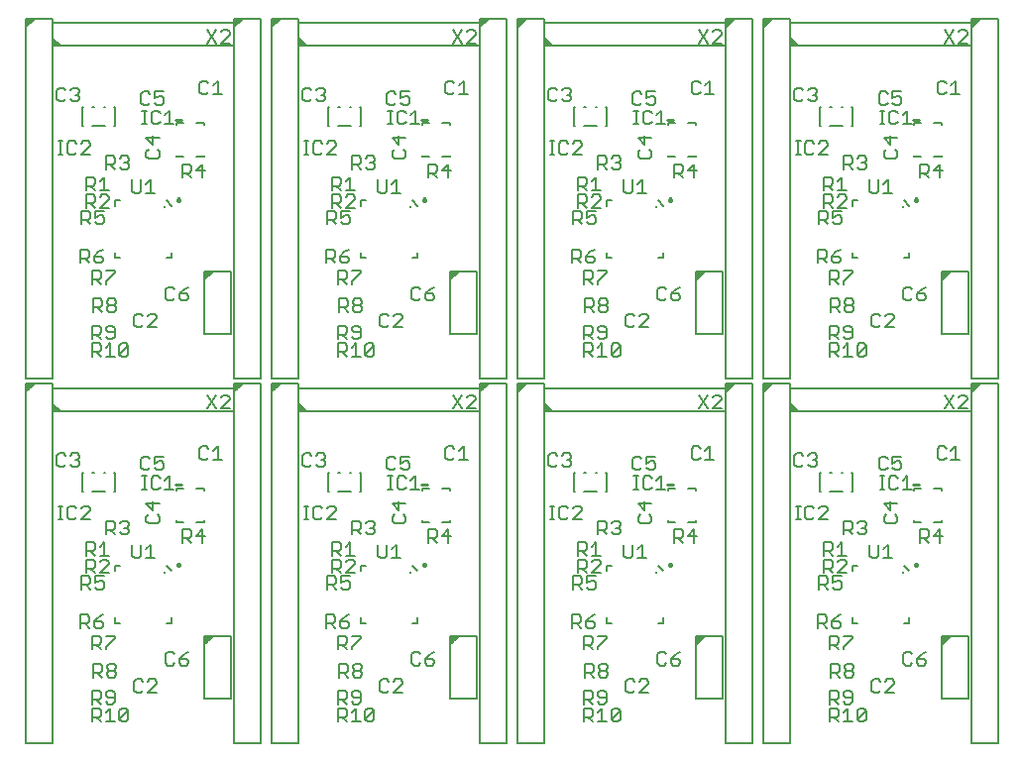
<source format=gto>
G75*
%MOIN*%
%OFA0B0*%
%FSLAX24Y24*%
%IPPOS*%
%LPD*%
%AMOC8*
5,1,8,0,0,1.08239X$1,22.5*
%
%ADD10C,0.0098*%
%ADD11C,0.0050*%
%ADD12C,0.0080*%
%ADD13R,0.0089X0.0089*%
%ADD14C,0.0060*%
%ADD15C,0.0071*%
%ADD16C,0.0087*%
D10*
X009835Y014633D02*
X009837Y014645D01*
X009842Y014656D01*
X009851Y014665D01*
X009862Y014670D01*
X009874Y014672D01*
X009886Y014670D01*
X009897Y014665D01*
X009906Y014656D01*
X009911Y014645D01*
X009913Y014633D01*
X009911Y014621D01*
X009906Y014610D01*
X009897Y014601D01*
X009886Y014596D01*
X009874Y014594D01*
X009862Y014596D01*
X009851Y014601D01*
X009842Y014610D01*
X009837Y014621D01*
X009835Y014633D01*
X018102Y014633D02*
X018104Y014645D01*
X018109Y014656D01*
X018118Y014665D01*
X018129Y014670D01*
X018141Y014672D01*
X018153Y014670D01*
X018164Y014665D01*
X018173Y014656D01*
X018178Y014645D01*
X018180Y014633D01*
X018178Y014621D01*
X018173Y014610D01*
X018164Y014601D01*
X018153Y014596D01*
X018141Y014594D01*
X018129Y014596D01*
X018118Y014601D01*
X018109Y014610D01*
X018104Y014621D01*
X018102Y014633D01*
X026370Y014633D02*
X026372Y014645D01*
X026377Y014656D01*
X026386Y014665D01*
X026397Y014670D01*
X026409Y014672D01*
X026421Y014670D01*
X026432Y014665D01*
X026441Y014656D01*
X026446Y014645D01*
X026448Y014633D01*
X026446Y014621D01*
X026441Y014610D01*
X026432Y014601D01*
X026421Y014596D01*
X026409Y014594D01*
X026397Y014596D01*
X026386Y014601D01*
X026377Y014610D01*
X026372Y014621D01*
X026370Y014633D01*
X034638Y014633D02*
X034640Y014645D01*
X034645Y014656D01*
X034654Y014665D01*
X034665Y014670D01*
X034677Y014672D01*
X034689Y014670D01*
X034700Y014665D01*
X034709Y014656D01*
X034714Y014645D01*
X034716Y014633D01*
X034714Y014621D01*
X034709Y014610D01*
X034700Y014601D01*
X034689Y014596D01*
X034677Y014594D01*
X034665Y014596D01*
X034654Y014601D01*
X034645Y014610D01*
X034640Y014621D01*
X034638Y014633D01*
X034638Y026917D02*
X034640Y026929D01*
X034645Y026940D01*
X034654Y026949D01*
X034665Y026954D01*
X034677Y026956D01*
X034689Y026954D01*
X034700Y026949D01*
X034709Y026940D01*
X034714Y026929D01*
X034716Y026917D01*
X034714Y026905D01*
X034709Y026894D01*
X034700Y026885D01*
X034689Y026880D01*
X034677Y026878D01*
X034665Y026880D01*
X034654Y026885D01*
X034645Y026894D01*
X034640Y026905D01*
X034638Y026917D01*
X026370Y026917D02*
X026372Y026929D01*
X026377Y026940D01*
X026386Y026949D01*
X026397Y026954D01*
X026409Y026956D01*
X026421Y026954D01*
X026432Y026949D01*
X026441Y026940D01*
X026446Y026929D01*
X026448Y026917D01*
X026446Y026905D01*
X026441Y026894D01*
X026432Y026885D01*
X026421Y026880D01*
X026409Y026878D01*
X026397Y026880D01*
X026386Y026885D01*
X026377Y026894D01*
X026372Y026905D01*
X026370Y026917D01*
X018102Y026917D02*
X018104Y026929D01*
X018109Y026940D01*
X018118Y026949D01*
X018129Y026954D01*
X018141Y026956D01*
X018153Y026954D01*
X018164Y026949D01*
X018173Y026940D01*
X018178Y026929D01*
X018180Y026917D01*
X018178Y026905D01*
X018173Y026894D01*
X018164Y026885D01*
X018153Y026880D01*
X018141Y026878D01*
X018129Y026880D01*
X018118Y026885D01*
X018109Y026894D01*
X018104Y026905D01*
X018102Y026917D01*
X009835Y026917D02*
X009837Y026929D01*
X009842Y026940D01*
X009851Y026949D01*
X009862Y026954D01*
X009874Y026956D01*
X009886Y026954D01*
X009897Y026949D01*
X009906Y026940D01*
X009911Y026929D01*
X009913Y026917D01*
X009911Y026905D01*
X009906Y026894D01*
X009897Y026885D01*
X009886Y026880D01*
X009874Y026878D01*
X009862Y026880D01*
X009851Y026885D01*
X009842Y026894D01*
X009837Y026905D01*
X009835Y026917D01*
D11*
X009657Y026720D02*
X009480Y026897D01*
X009084Y027139D02*
X008784Y027139D01*
X008934Y027139D02*
X008934Y027589D01*
X008784Y027439D01*
X008624Y027589D02*
X008624Y027214D01*
X008549Y027139D01*
X008399Y027139D01*
X008324Y027214D01*
X008324Y027589D01*
X008129Y027940D02*
X007979Y027940D01*
X007904Y028015D01*
X007744Y027940D02*
X007594Y028090D01*
X007669Y028090D02*
X007444Y028090D01*
X007444Y027940D02*
X007444Y028390D01*
X007669Y028390D01*
X007744Y028315D01*
X007744Y028165D01*
X007669Y028090D01*
X007904Y028315D02*
X007979Y028390D01*
X008129Y028390D01*
X008205Y028315D01*
X008205Y028240D01*
X008129Y028165D01*
X008205Y028090D01*
X008205Y028015D01*
X008129Y027940D01*
X008129Y028165D02*
X008054Y028165D01*
X008794Y028381D02*
X008869Y028306D01*
X009169Y028306D01*
X009244Y028381D01*
X009244Y028531D01*
X009169Y028606D01*
X009019Y028766D02*
X008794Y028992D01*
X009244Y028992D01*
X009019Y029067D02*
X009019Y028766D01*
X008869Y028606D02*
X008794Y028531D01*
X008794Y028381D01*
X008809Y029462D02*
X008658Y029462D01*
X008733Y029462D02*
X008733Y029912D01*
X008658Y029912D02*
X008809Y029912D01*
X008965Y029837D02*
X008965Y029537D01*
X009040Y029462D01*
X009191Y029462D01*
X009266Y029537D01*
X009426Y029462D02*
X009726Y029462D01*
X009576Y029462D02*
X009576Y029912D01*
X009426Y029762D01*
X009266Y029837D02*
X009191Y029912D01*
X009040Y029912D01*
X008965Y029837D01*
X008850Y030105D02*
X008925Y030180D01*
X008850Y030105D02*
X008700Y030105D01*
X008625Y030180D01*
X008625Y030481D01*
X008700Y030556D01*
X008850Y030556D01*
X008925Y030481D01*
X009085Y030556D02*
X009085Y030331D01*
X009235Y030406D01*
X009311Y030406D01*
X009386Y030331D01*
X009386Y030180D01*
X009311Y030105D01*
X009160Y030105D01*
X009085Y030180D01*
X009085Y030556D02*
X009386Y030556D01*
X010593Y030535D02*
X010669Y030460D01*
X010819Y030460D01*
X010894Y030535D01*
X011054Y030460D02*
X011354Y030460D01*
X011204Y030460D02*
X011204Y030910D01*
X011054Y030760D01*
X010894Y030835D02*
X010819Y030910D01*
X010669Y030910D01*
X010593Y030835D01*
X010593Y030535D01*
X010836Y032182D02*
X011136Y032632D01*
X011296Y032557D02*
X011371Y032632D01*
X011521Y032632D01*
X011596Y032557D01*
X011596Y032482D01*
X011296Y032182D01*
X011596Y032182D01*
X011136Y032182D02*
X010836Y032632D01*
X011759Y032744D02*
X011759Y032980D01*
X011996Y032980D01*
X011759Y032744D01*
X011759Y032761D02*
X011776Y032761D01*
X011759Y032809D02*
X011825Y032809D01*
X011873Y032858D02*
X011759Y032858D01*
X011759Y032906D02*
X011922Y032906D01*
X011970Y032955D02*
X011759Y032955D01*
X013027Y032955D02*
X013238Y032955D01*
X013263Y032980D02*
X013027Y032980D01*
X013027Y032744D01*
X013263Y032980D01*
X013190Y032906D02*
X013027Y032906D01*
X013027Y032858D02*
X013141Y032858D01*
X013093Y032809D02*
X013027Y032809D01*
X013027Y032761D02*
X013044Y032761D01*
X013929Y032332D02*
X013929Y032096D01*
X014165Y032096D01*
X013929Y032332D01*
X013929Y032324D02*
X013936Y032324D01*
X013929Y032276D02*
X013985Y032276D01*
X014033Y032227D02*
X013929Y032227D01*
X013929Y032179D02*
X014082Y032179D01*
X014130Y032130D02*
X013929Y032130D01*
X014133Y030674D02*
X014058Y030599D01*
X014058Y030298D01*
X014133Y030223D01*
X014283Y030223D01*
X014358Y030298D01*
X014518Y030298D02*
X014593Y030223D01*
X014744Y030223D01*
X014819Y030298D01*
X014819Y030374D01*
X014744Y030449D01*
X014669Y030449D01*
X014744Y030449D02*
X014819Y030524D01*
X014819Y030599D01*
X014744Y030674D01*
X014593Y030674D01*
X014518Y030599D01*
X014358Y030599D02*
X014283Y030674D01*
X014133Y030674D01*
X014109Y028890D02*
X014259Y028890D01*
X014184Y028890D02*
X014184Y028440D01*
X014109Y028440D02*
X014259Y028440D01*
X014416Y028515D02*
X014491Y028440D01*
X014641Y028440D01*
X014716Y028515D01*
X014877Y028440D02*
X015177Y028740D01*
X015177Y028815D01*
X015102Y028890D01*
X014952Y028890D01*
X014877Y028815D01*
X014716Y028815D02*
X014641Y028890D01*
X014491Y028890D01*
X014416Y028815D01*
X014416Y028515D01*
X014877Y028440D02*
X015177Y028440D01*
X015712Y028390D02*
X015712Y027940D01*
X015712Y028090D02*
X015937Y028090D01*
X016012Y028165D01*
X016012Y028315D01*
X015937Y028390D01*
X015712Y028390D01*
X015862Y028090D02*
X016012Y027940D01*
X016172Y028015D02*
X016247Y027940D01*
X016397Y027940D01*
X016472Y028015D01*
X016472Y028090D01*
X016397Y028165D01*
X016322Y028165D01*
X016397Y028165D02*
X016472Y028240D01*
X016472Y028315D01*
X016397Y028390D01*
X016247Y028390D01*
X016172Y028315D01*
X015653Y027682D02*
X015653Y027231D01*
X015503Y027231D02*
X015803Y027231D01*
X015728Y027091D02*
X015578Y027091D01*
X015503Y027016D01*
X015343Y027016D02*
X015343Y026866D01*
X015267Y026791D01*
X015042Y026791D01*
X015042Y026641D02*
X015042Y027091D01*
X015267Y027091D01*
X015343Y027016D01*
X015343Y027231D02*
X015192Y027381D01*
X015267Y027381D02*
X015042Y027381D01*
X015042Y027231D02*
X015042Y027682D01*
X015267Y027682D01*
X015343Y027607D01*
X015343Y027456D01*
X015267Y027381D01*
X015503Y027532D02*
X015653Y027682D01*
X015728Y027091D02*
X015803Y027016D01*
X015803Y026941D01*
X015503Y026641D01*
X015803Y026641D01*
X015645Y026540D02*
X015345Y026540D01*
X015345Y026315D01*
X015495Y026390D01*
X015570Y026390D01*
X015645Y026315D01*
X015645Y026165D01*
X015570Y026090D01*
X015420Y026090D01*
X015345Y026165D01*
X015185Y026090D02*
X015035Y026240D01*
X015110Y026240D02*
X014885Y026240D01*
X014885Y026090D02*
X014885Y026540D01*
X015110Y026540D01*
X015185Y026465D01*
X015185Y026315D01*
X015110Y026240D01*
X015343Y026641D02*
X015192Y026791D01*
X015996Y026720D02*
X015996Y026897D01*
X016173Y026897D01*
X016591Y027214D02*
X016591Y027589D01*
X016892Y027589D02*
X016892Y027214D01*
X016817Y027139D01*
X016667Y027139D01*
X016591Y027214D01*
X017052Y027139D02*
X017352Y027139D01*
X017202Y027139D02*
X017202Y027589D01*
X017052Y027439D01*
X017137Y028306D02*
X017437Y028306D01*
X017512Y028381D01*
X017512Y028531D01*
X017437Y028606D01*
X017287Y028766D02*
X017062Y028992D01*
X017512Y028992D01*
X017287Y029067D02*
X017287Y028766D01*
X017137Y028606D02*
X017062Y028531D01*
X017062Y028381D01*
X017137Y028306D01*
X018271Y028115D02*
X018271Y027664D01*
X018271Y027814D02*
X018496Y027814D01*
X018571Y027890D01*
X018571Y028040D01*
X018496Y028115D01*
X018271Y028115D01*
X018421Y027814D02*
X018571Y027664D01*
X018731Y027890D02*
X019031Y027890D01*
X018956Y028115D02*
X018956Y027664D01*
X018731Y027890D02*
X018956Y028115D01*
X017994Y029462D02*
X017693Y029462D01*
X017844Y029462D02*
X017844Y029912D01*
X017693Y029762D01*
X017533Y029837D02*
X017458Y029912D01*
X017308Y029912D01*
X017233Y029837D01*
X017233Y029537D01*
X017308Y029462D01*
X017458Y029462D01*
X017533Y029537D01*
X017076Y029462D02*
X016926Y029462D01*
X017001Y029462D02*
X017001Y029912D01*
X016926Y029912D02*
X017076Y029912D01*
X017118Y030105D02*
X017193Y030180D01*
X017118Y030105D02*
X016968Y030105D01*
X016893Y030180D01*
X016893Y030481D01*
X016968Y030556D01*
X017118Y030556D01*
X017193Y030481D01*
X017353Y030556D02*
X017353Y030331D01*
X017503Y030406D01*
X017578Y030406D01*
X017653Y030331D01*
X017653Y030180D01*
X017578Y030105D01*
X017428Y030105D01*
X017353Y030180D01*
X017353Y030556D02*
X017653Y030556D01*
X018861Y030535D02*
X018936Y030460D01*
X019086Y030460D01*
X019161Y030535D01*
X019322Y030460D02*
X019622Y030460D01*
X019472Y030460D02*
X019472Y030910D01*
X019322Y030760D01*
X019161Y030835D02*
X019086Y030910D01*
X018936Y030910D01*
X018861Y030835D01*
X018861Y030535D01*
X019103Y032182D02*
X019404Y032632D01*
X019564Y032557D02*
X019639Y032632D01*
X019789Y032632D01*
X019864Y032557D01*
X019864Y032482D01*
X019564Y032182D01*
X019864Y032182D01*
X019404Y032182D02*
X019103Y032632D01*
X020027Y032744D02*
X020027Y032980D01*
X020263Y032980D01*
X020027Y032744D01*
X020027Y032761D02*
X020044Y032761D01*
X020027Y032809D02*
X020093Y032809D01*
X020141Y032858D02*
X020027Y032858D01*
X020027Y032906D02*
X020190Y032906D01*
X020238Y032955D02*
X020027Y032955D01*
X021295Y032955D02*
X021506Y032955D01*
X021531Y032980D02*
X021295Y032980D01*
X021295Y032744D01*
X021531Y032980D01*
X021457Y032906D02*
X021295Y032906D01*
X021295Y032858D02*
X021409Y032858D01*
X021360Y032809D02*
X021295Y032809D01*
X021295Y032761D02*
X021312Y032761D01*
X022196Y032332D02*
X022196Y032096D01*
X022433Y032096D01*
X022196Y032332D01*
X022196Y032324D02*
X022204Y032324D01*
X022196Y032276D02*
X022253Y032276D01*
X022301Y032227D02*
X022196Y032227D01*
X022196Y032179D02*
X022350Y032179D01*
X022398Y032130D02*
X022196Y032130D01*
X022401Y030674D02*
X022326Y030599D01*
X022326Y030298D01*
X022401Y030223D01*
X022551Y030223D01*
X022626Y030298D01*
X022786Y030298D02*
X022861Y030223D01*
X023011Y030223D01*
X023086Y030298D01*
X023086Y030374D01*
X023011Y030449D01*
X022936Y030449D01*
X023011Y030449D02*
X023086Y030524D01*
X023086Y030599D01*
X023011Y030674D01*
X022861Y030674D01*
X022786Y030599D01*
X022626Y030599D02*
X022551Y030674D01*
X022401Y030674D01*
X022377Y028890D02*
X022527Y028890D01*
X022452Y028890D02*
X022452Y028440D01*
X022377Y028440D02*
X022527Y028440D01*
X022684Y028515D02*
X022684Y028815D01*
X022759Y028890D01*
X022909Y028890D01*
X022984Y028815D01*
X023144Y028815D02*
X023219Y028890D01*
X023369Y028890D01*
X023444Y028815D01*
X023444Y028740D01*
X023144Y028440D01*
X023444Y028440D01*
X023979Y028390D02*
X024204Y028390D01*
X024280Y028315D01*
X024280Y028165D01*
X024204Y028090D01*
X023979Y028090D01*
X023979Y027940D02*
X023979Y028390D01*
X024129Y028090D02*
X024280Y027940D01*
X024440Y028015D02*
X024515Y027940D01*
X024665Y027940D01*
X024740Y028015D01*
X024740Y028090D01*
X024665Y028165D01*
X024590Y028165D01*
X024665Y028165D02*
X024740Y028240D01*
X024740Y028315D01*
X024665Y028390D01*
X024515Y028390D01*
X024440Y028315D01*
X023921Y027682D02*
X023921Y027231D01*
X024071Y027231D02*
X023770Y027231D01*
X023845Y027091D02*
X023770Y027016D01*
X023845Y027091D02*
X023996Y027091D01*
X024071Y027016D01*
X024071Y026941D01*
X023770Y026641D01*
X024071Y026641D01*
X023913Y026540D02*
X023613Y026540D01*
X023613Y026315D01*
X023763Y026390D01*
X023838Y026390D01*
X023913Y026315D01*
X023913Y026165D01*
X023838Y026090D01*
X023688Y026090D01*
X023613Y026165D01*
X023453Y026090D02*
X023303Y026240D01*
X023378Y026240D02*
X023153Y026240D01*
X023153Y026090D02*
X023153Y026540D01*
X023378Y026540D01*
X023453Y026465D01*
X023453Y026315D01*
X023378Y026240D01*
X023310Y026641D02*
X023310Y027091D01*
X023535Y027091D01*
X023610Y027016D01*
X023610Y026866D01*
X023535Y026791D01*
X023310Y026791D01*
X023460Y026791D02*
X023610Y026641D01*
X023610Y027231D02*
X023460Y027381D01*
X023535Y027381D02*
X023310Y027381D01*
X023310Y027231D02*
X023310Y027682D01*
X023535Y027682D01*
X023610Y027607D01*
X023610Y027456D01*
X023535Y027381D01*
X023770Y027532D02*
X023921Y027682D01*
X024263Y026897D02*
X024263Y026720D01*
X024263Y026897D02*
X024441Y026897D01*
X024859Y027214D02*
X024859Y027589D01*
X025159Y027589D02*
X025159Y027214D01*
X025084Y027139D01*
X024934Y027139D01*
X024859Y027214D01*
X025320Y027139D02*
X025620Y027139D01*
X025470Y027139D02*
X025470Y027589D01*
X025320Y027439D01*
X025404Y028306D02*
X025705Y028306D01*
X025780Y028381D01*
X025780Y028531D01*
X025705Y028606D01*
X025554Y028766D02*
X025329Y028992D01*
X025780Y028992D01*
X025554Y029067D02*
X025554Y028766D01*
X025404Y028606D02*
X025329Y028531D01*
X025329Y028381D01*
X025404Y028306D01*
X026538Y028115D02*
X026538Y027664D01*
X026538Y027814D02*
X026764Y027814D01*
X026839Y027890D01*
X026839Y028040D01*
X026764Y028115D01*
X026538Y028115D01*
X026688Y027814D02*
X026839Y027664D01*
X026999Y027890D02*
X027224Y028115D01*
X027224Y027664D01*
X027299Y027890D02*
X026999Y027890D01*
X026015Y026897D02*
X026192Y026720D01*
X026192Y025145D02*
X026192Y024968D01*
X026015Y024968D01*
X026062Y023981D02*
X025987Y023906D01*
X025987Y023606D01*
X026062Y023531D01*
X026212Y023531D01*
X026287Y023606D01*
X026448Y023606D02*
X026523Y023531D01*
X026673Y023531D01*
X026748Y023606D01*
X026748Y023681D01*
X026673Y023756D01*
X026448Y023756D01*
X026448Y023606D01*
X026448Y023756D02*
X026598Y023906D01*
X026748Y023981D01*
X026287Y023906D02*
X026212Y023981D01*
X026062Y023981D01*
X025610Y023075D02*
X025460Y023075D01*
X025385Y023000D01*
X025224Y023000D02*
X025149Y023075D01*
X024999Y023075D01*
X024924Y023000D01*
X024924Y022700D01*
X024999Y022625D01*
X025149Y022625D01*
X025224Y022700D01*
X025385Y022625D02*
X025685Y022925D01*
X025685Y023000D01*
X025610Y023075D01*
X025685Y022625D02*
X025385Y022625D01*
X024728Y022016D02*
X024653Y022091D01*
X024503Y022091D01*
X024428Y022016D01*
X024428Y021716D01*
X024728Y022016D01*
X024728Y021716D01*
X024653Y021641D01*
X024503Y021641D01*
X024428Y021716D01*
X024267Y021641D02*
X023967Y021641D01*
X024117Y021641D02*
X024117Y022091D01*
X023967Y021941D01*
X023807Y021866D02*
X023732Y021791D01*
X023507Y021791D01*
X023657Y021791D02*
X023807Y021641D01*
X023807Y021866D02*
X023807Y022016D01*
X023732Y022091D01*
X023507Y022091D01*
X023507Y021641D01*
X023507Y022231D02*
X023507Y022682D01*
X023732Y022682D01*
X023807Y022607D01*
X023807Y022456D01*
X023732Y022381D01*
X023507Y022381D01*
X023657Y022381D02*
X023807Y022231D01*
X023967Y022306D02*
X024042Y022231D01*
X024192Y022231D01*
X024267Y022306D01*
X024267Y022607D01*
X024192Y022682D01*
X024042Y022682D01*
X023967Y022607D01*
X023967Y022532D01*
X024042Y022456D01*
X024267Y022456D01*
X024232Y023137D02*
X024082Y023137D01*
X024007Y023212D01*
X024007Y023287D01*
X024082Y023362D01*
X024232Y023362D01*
X024307Y023287D01*
X024307Y023212D01*
X024232Y023137D01*
X024232Y023362D02*
X024307Y023437D01*
X024307Y023512D01*
X024232Y023587D01*
X024082Y023587D01*
X024007Y023512D01*
X024007Y023437D01*
X024082Y023362D01*
X023846Y023362D02*
X023771Y023287D01*
X023546Y023287D01*
X023546Y023137D02*
X023546Y023587D01*
X023771Y023587D01*
X023846Y023512D01*
X023846Y023362D01*
X023696Y023287D02*
X023846Y023137D01*
X023807Y024082D02*
X023657Y024232D01*
X023732Y024232D02*
X023507Y024232D01*
X023507Y024082D02*
X023507Y024532D01*
X023732Y024532D01*
X023807Y024457D01*
X023807Y024307D01*
X023732Y024232D01*
X023967Y024157D02*
X023967Y024082D01*
X023967Y024157D02*
X024267Y024457D01*
X024267Y024532D01*
X023967Y024532D01*
X023799Y024790D02*
X023874Y024865D01*
X023874Y024940D01*
X023799Y025016D01*
X023574Y025016D01*
X023574Y024865D01*
X023649Y024790D01*
X023799Y024790D01*
X023574Y025016D02*
X023724Y025166D01*
X023874Y025241D01*
X024263Y025145D02*
X024263Y024968D01*
X024441Y024968D01*
X023413Y025016D02*
X023338Y024940D01*
X023113Y024940D01*
X023113Y024790D02*
X023113Y025241D01*
X023338Y025241D01*
X023413Y025166D01*
X023413Y025016D01*
X023263Y024940D02*
X023413Y024790D01*
X022909Y028440D02*
X022984Y028515D01*
X022909Y028440D02*
X022759Y028440D01*
X022684Y028515D01*
X025194Y029462D02*
X025344Y029462D01*
X025269Y029462D02*
X025269Y029912D01*
X025194Y029912D02*
X025344Y029912D01*
X025501Y029837D02*
X025501Y029537D01*
X025576Y029462D01*
X025726Y029462D01*
X025801Y029537D01*
X025961Y029462D02*
X026261Y029462D01*
X026111Y029462D02*
X026111Y029912D01*
X025961Y029762D01*
X025801Y029837D02*
X025726Y029912D01*
X025576Y029912D01*
X025501Y029837D01*
X025386Y030105D02*
X025461Y030180D01*
X025386Y030105D02*
X025235Y030105D01*
X025160Y030180D01*
X025160Y030481D01*
X025235Y030556D01*
X025386Y030556D01*
X025461Y030481D01*
X025621Y030556D02*
X025621Y030331D01*
X025771Y030406D01*
X025846Y030406D01*
X025921Y030331D01*
X025921Y030180D01*
X025846Y030105D01*
X025696Y030105D01*
X025621Y030180D01*
X025621Y030556D02*
X025921Y030556D01*
X027129Y030535D02*
X027204Y030460D01*
X027354Y030460D01*
X027429Y030535D01*
X027589Y030460D02*
X027890Y030460D01*
X027739Y030460D02*
X027739Y030910D01*
X027589Y030760D01*
X027429Y030835D02*
X027354Y030910D01*
X027204Y030910D01*
X027129Y030835D01*
X027129Y030535D01*
X027371Y032182D02*
X027671Y032632D01*
X027831Y032557D02*
X027906Y032632D01*
X028057Y032632D01*
X028132Y032557D01*
X028132Y032482D01*
X027831Y032182D01*
X028132Y032182D01*
X028295Y032744D02*
X028295Y032980D01*
X028531Y032980D01*
X028295Y032744D01*
X028295Y032761D02*
X028312Y032761D01*
X028295Y032809D02*
X028360Y032809D01*
X028409Y032858D02*
X028295Y032858D01*
X028295Y032906D02*
X028457Y032906D01*
X028506Y032955D02*
X028295Y032955D01*
X027371Y032632D02*
X027671Y032182D01*
X029563Y032744D02*
X029563Y032980D01*
X029799Y032980D01*
X029563Y032744D01*
X029563Y032761D02*
X029580Y032761D01*
X029563Y032809D02*
X029628Y032809D01*
X029677Y032858D02*
X029563Y032858D01*
X029563Y032906D02*
X029725Y032906D01*
X029774Y032955D02*
X029563Y032955D01*
X030464Y032332D02*
X030464Y032096D01*
X030700Y032096D01*
X030464Y032332D01*
X030464Y032324D02*
X030472Y032324D01*
X030464Y032276D02*
X030520Y032276D01*
X030569Y032227D02*
X030464Y032227D01*
X030464Y032179D02*
X030617Y032179D01*
X030666Y032130D02*
X030464Y032130D01*
X030669Y030674D02*
X030593Y030599D01*
X030593Y030298D01*
X030669Y030223D01*
X030819Y030223D01*
X030894Y030298D01*
X031054Y030298D02*
X031129Y030223D01*
X031279Y030223D01*
X031354Y030298D01*
X031354Y030374D01*
X031279Y030449D01*
X031204Y030449D01*
X031279Y030449D02*
X031354Y030524D01*
X031354Y030599D01*
X031279Y030674D01*
X031129Y030674D01*
X031054Y030599D01*
X030894Y030599D02*
X030819Y030674D01*
X030669Y030674D01*
X030645Y028890D02*
X030795Y028890D01*
X030720Y028890D02*
X030720Y028440D01*
X030645Y028440D02*
X030795Y028440D01*
X030952Y028515D02*
X030952Y028815D01*
X031027Y028890D01*
X031177Y028890D01*
X031252Y028815D01*
X031412Y028815D02*
X031487Y028890D01*
X031637Y028890D01*
X031712Y028815D01*
X031712Y028740D01*
X031412Y028440D01*
X031712Y028440D01*
X032247Y028390D02*
X032472Y028390D01*
X032547Y028315D01*
X032547Y028165D01*
X032472Y028090D01*
X032247Y028090D01*
X032247Y027940D02*
X032247Y028390D01*
X032397Y028090D02*
X032547Y027940D01*
X032707Y028015D02*
X032782Y027940D01*
X032933Y027940D01*
X033008Y028015D01*
X033008Y028090D01*
X032933Y028165D01*
X032858Y028165D01*
X032933Y028165D02*
X033008Y028240D01*
X033008Y028315D01*
X032933Y028390D01*
X032782Y028390D01*
X032707Y028315D01*
X032188Y027682D02*
X032188Y027231D01*
X032038Y027231D02*
X032338Y027231D01*
X032263Y027091D02*
X032113Y027091D01*
X032038Y027016D01*
X031878Y027016D02*
X031878Y026866D01*
X031803Y026791D01*
X031578Y026791D01*
X031728Y026791D02*
X031878Y026641D01*
X031881Y026540D02*
X031881Y026315D01*
X032031Y026390D01*
X032106Y026390D01*
X032181Y026315D01*
X032181Y026165D01*
X032106Y026090D01*
X031956Y026090D01*
X031881Y026165D01*
X031720Y026090D02*
X031570Y026240D01*
X031645Y026240D02*
X031420Y026240D01*
X031420Y026090D02*
X031420Y026540D01*
X031645Y026540D01*
X031720Y026465D01*
X031720Y026315D01*
X031645Y026240D01*
X031881Y026540D02*
X032181Y026540D01*
X032038Y026641D02*
X032338Y026941D01*
X032338Y027016D01*
X032263Y027091D01*
X032531Y026897D02*
X032531Y026720D01*
X032531Y026897D02*
X032708Y026897D01*
X032338Y026641D02*
X032038Y026641D01*
X031878Y027016D02*
X031803Y027091D01*
X031578Y027091D01*
X031578Y026641D01*
X031578Y027231D02*
X031578Y027682D01*
X031803Y027682D01*
X031878Y027607D01*
X031878Y027456D01*
X031803Y027381D01*
X031578Y027381D01*
X031728Y027381D02*
X031878Y027231D01*
X032038Y027532D02*
X032188Y027682D01*
X033127Y027589D02*
X033127Y027214D01*
X033202Y027139D01*
X033352Y027139D01*
X033427Y027214D01*
X033427Y027589D01*
X033587Y027439D02*
X033737Y027589D01*
X033737Y027139D01*
X033587Y027139D02*
X033888Y027139D01*
X034283Y026897D02*
X034460Y026720D01*
X034806Y027664D02*
X034806Y028115D01*
X035031Y028115D01*
X035106Y028040D01*
X035106Y027890D01*
X035031Y027814D01*
X034806Y027814D01*
X034956Y027814D02*
X035106Y027664D01*
X035266Y027890D02*
X035492Y028115D01*
X035492Y027664D01*
X035567Y027890D02*
X035266Y027890D01*
X034047Y028381D02*
X034047Y028531D01*
X033972Y028606D01*
X033822Y028766D02*
X033822Y029067D01*
X033597Y028992D02*
X033822Y028766D01*
X033672Y028606D02*
X033597Y028531D01*
X033597Y028381D01*
X033672Y028306D01*
X033972Y028306D01*
X034047Y028381D01*
X034047Y028992D02*
X033597Y028992D01*
X033612Y029462D02*
X033462Y029462D01*
X033537Y029462D02*
X033537Y029912D01*
X033462Y029912D02*
X033612Y029912D01*
X033768Y029837D02*
X033844Y029912D01*
X033994Y029912D01*
X034069Y029837D01*
X034229Y029762D02*
X034379Y029912D01*
X034379Y029462D01*
X034229Y029462D02*
X034529Y029462D01*
X034069Y029537D02*
X033994Y029462D01*
X033844Y029462D01*
X033768Y029537D01*
X033768Y029837D01*
X033653Y030105D02*
X033503Y030105D01*
X033428Y030180D01*
X033428Y030481D01*
X033503Y030556D01*
X033653Y030556D01*
X033728Y030481D01*
X033888Y030556D02*
X033888Y030331D01*
X034039Y030406D01*
X034114Y030406D01*
X034189Y030331D01*
X034189Y030180D01*
X034114Y030105D01*
X033964Y030105D01*
X033888Y030180D01*
X033728Y030180D02*
X033653Y030105D01*
X033888Y030556D02*
X034189Y030556D01*
X035397Y030535D02*
X035472Y030460D01*
X035622Y030460D01*
X035697Y030535D01*
X035857Y030460D02*
X036157Y030460D01*
X036007Y030460D02*
X036007Y030910D01*
X035857Y030760D01*
X035697Y030835D02*
X035622Y030910D01*
X035472Y030910D01*
X035397Y030835D01*
X035397Y030535D01*
X035639Y032182D02*
X035939Y032632D01*
X036099Y032557D02*
X036174Y032632D01*
X036324Y032632D01*
X036399Y032557D01*
X036399Y032482D01*
X036099Y032182D01*
X036399Y032182D01*
X036563Y032744D02*
X036563Y032980D01*
X036799Y032980D01*
X036563Y032744D01*
X036563Y032761D02*
X036580Y032761D01*
X036563Y032809D02*
X036628Y032809D01*
X036677Y032858D02*
X036563Y032858D01*
X036563Y032906D02*
X036725Y032906D01*
X036774Y032955D02*
X036563Y032955D01*
X035639Y032632D02*
X035939Y032182D01*
X031252Y028515D02*
X031177Y028440D01*
X031027Y028440D01*
X030952Y028515D01*
X031381Y025241D02*
X031606Y025241D01*
X031681Y025166D01*
X031681Y025016D01*
X031606Y024940D01*
X031381Y024940D01*
X031381Y024790D02*
X031381Y025241D01*
X031531Y024940D02*
X031681Y024790D01*
X031841Y024865D02*
X031916Y024790D01*
X032066Y024790D01*
X032142Y024865D01*
X032142Y024940D01*
X032066Y025016D01*
X031841Y025016D01*
X031841Y024865D01*
X031841Y025016D02*
X031991Y025166D01*
X032142Y025241D01*
X032531Y025145D02*
X032531Y024968D01*
X032708Y024968D01*
X032535Y024532D02*
X032235Y024532D01*
X032075Y024457D02*
X032075Y024307D01*
X032000Y024232D01*
X031775Y024232D01*
X031925Y024232D02*
X032075Y024082D01*
X032235Y024082D02*
X032235Y024157D01*
X032535Y024457D01*
X032535Y024532D01*
X032075Y024457D02*
X032000Y024532D01*
X031775Y024532D01*
X031775Y024082D01*
X031814Y023587D02*
X032039Y023587D01*
X032114Y023512D01*
X032114Y023362D01*
X032039Y023287D01*
X031814Y023287D01*
X031964Y023287D02*
X032114Y023137D01*
X032274Y023212D02*
X032349Y023137D01*
X032500Y023137D01*
X032575Y023212D01*
X032575Y023287D01*
X032500Y023362D01*
X032349Y023362D01*
X032274Y023437D01*
X032274Y023512D01*
X032349Y023587D01*
X032500Y023587D01*
X032575Y023512D01*
X032575Y023437D01*
X032500Y023362D01*
X032349Y023362D02*
X032274Y023287D01*
X032274Y023212D01*
X031814Y023137D02*
X031814Y023587D01*
X031775Y022682D02*
X032000Y022682D01*
X032075Y022607D01*
X032075Y022456D01*
X032000Y022381D01*
X031775Y022381D01*
X031925Y022381D02*
X032075Y022231D01*
X032000Y022091D02*
X032075Y022016D01*
X032075Y021866D01*
X032000Y021791D01*
X031775Y021791D01*
X031925Y021791D02*
X032075Y021641D01*
X032235Y021641D02*
X032535Y021641D01*
X032385Y021641D02*
X032385Y022091D01*
X032235Y021941D01*
X032000Y022091D02*
X031775Y022091D01*
X031775Y021641D01*
X031775Y022231D02*
X031775Y022682D01*
X032235Y022607D02*
X032235Y022532D01*
X032310Y022456D01*
X032535Y022456D01*
X032535Y022306D02*
X032535Y022607D01*
X032460Y022682D01*
X032310Y022682D01*
X032235Y022607D01*
X032235Y022306D02*
X032310Y022231D01*
X032460Y022231D01*
X032535Y022306D01*
X032770Y022091D02*
X032921Y022091D01*
X032996Y022016D01*
X032695Y021716D01*
X032770Y021641D01*
X032921Y021641D01*
X032996Y021716D01*
X032996Y022016D01*
X032770Y022091D02*
X032695Y022016D01*
X032695Y021716D01*
X033267Y022625D02*
X033192Y022700D01*
X033192Y023000D01*
X033267Y023075D01*
X033417Y023075D01*
X033492Y023000D01*
X033652Y023000D02*
X033727Y023075D01*
X033877Y023075D01*
X033953Y023000D01*
X033953Y022925D01*
X033652Y022625D01*
X033953Y022625D01*
X033492Y022700D02*
X033417Y022625D01*
X033267Y022625D01*
X034255Y023606D02*
X034330Y023531D01*
X034480Y023531D01*
X034555Y023606D01*
X034715Y023606D02*
X034790Y023531D01*
X034940Y023531D01*
X035016Y023606D01*
X035016Y023681D01*
X034940Y023756D01*
X034715Y023756D01*
X034715Y023606D01*
X034715Y023756D02*
X034865Y023906D01*
X035016Y023981D01*
X034555Y023906D02*
X034480Y023981D01*
X034330Y023981D01*
X034255Y023906D01*
X034255Y023606D01*
X034283Y024968D02*
X034460Y024968D01*
X034460Y025145D01*
X035563Y024480D02*
X035563Y024244D01*
X035799Y024480D01*
X035563Y024480D01*
X035563Y024467D02*
X035786Y024467D01*
X035738Y024419D02*
X035563Y024419D01*
X035563Y024370D02*
X035689Y024370D01*
X035641Y024322D02*
X035563Y024322D01*
X035563Y024273D02*
X035592Y024273D01*
X036563Y020696D02*
X036799Y020696D01*
X036563Y020460D01*
X036563Y020696D01*
X036563Y020684D02*
X036787Y020684D01*
X036738Y020636D02*
X036563Y020636D01*
X036563Y020587D02*
X036690Y020587D01*
X036641Y020539D02*
X036563Y020539D01*
X036563Y020490D02*
X036593Y020490D01*
X036399Y020274D02*
X036324Y020349D01*
X036174Y020349D01*
X036099Y020274D01*
X035939Y020349D02*
X035639Y019898D01*
X035939Y019898D02*
X035639Y020349D01*
X036099Y019898D02*
X036399Y020198D01*
X036399Y020274D01*
X036399Y019898D02*
X036099Y019898D01*
X036007Y018627D02*
X035857Y018476D01*
X035697Y018552D02*
X035622Y018627D01*
X035472Y018627D01*
X035397Y018552D01*
X035397Y018251D01*
X035472Y018176D01*
X035622Y018176D01*
X035697Y018251D01*
X035857Y018176D02*
X036157Y018176D01*
X036007Y018176D02*
X036007Y018627D01*
X034379Y017629D02*
X034379Y017178D01*
X034229Y017178D02*
X034529Y017178D01*
X034229Y017478D02*
X034379Y017629D01*
X034069Y017553D02*
X033994Y017629D01*
X033844Y017629D01*
X033768Y017553D01*
X033768Y017253D01*
X033844Y017178D01*
X033994Y017178D01*
X034069Y017253D01*
X033612Y017178D02*
X033462Y017178D01*
X033537Y017178D02*
X033537Y017629D01*
X033462Y017629D02*
X033612Y017629D01*
X033653Y017822D02*
X033728Y017897D01*
X033653Y017822D02*
X033503Y017822D01*
X033428Y017897D01*
X033428Y018197D01*
X033503Y018272D01*
X033653Y018272D01*
X033728Y018197D01*
X033888Y018272D02*
X033888Y018047D01*
X034039Y018122D01*
X034114Y018122D01*
X034189Y018047D01*
X034189Y017897D01*
X034114Y017822D01*
X033964Y017822D01*
X033888Y017897D01*
X033888Y018272D02*
X034189Y018272D01*
X033822Y016783D02*
X033822Y016483D01*
X033597Y016708D01*
X034047Y016708D01*
X033972Y016323D02*
X034047Y016248D01*
X034047Y016098D01*
X033972Y016023D01*
X033672Y016023D01*
X033597Y016098D01*
X033597Y016248D01*
X033672Y016323D01*
X033008Y016032D02*
X033008Y015957D01*
X032933Y015882D01*
X033008Y015807D01*
X033008Y015732D01*
X032933Y015656D01*
X032782Y015656D01*
X032707Y015732D01*
X032547Y015656D02*
X032397Y015807D01*
X032472Y015807D02*
X032247Y015807D01*
X032247Y015656D02*
X032247Y016107D01*
X032472Y016107D01*
X032547Y016032D01*
X032547Y015882D01*
X032472Y015807D01*
X032707Y016032D02*
X032782Y016107D01*
X032933Y016107D01*
X033008Y016032D01*
X032933Y015882D02*
X032858Y015882D01*
X033127Y015306D02*
X033127Y014930D01*
X033202Y014855D01*
X033352Y014855D01*
X033427Y014930D01*
X033427Y015306D01*
X033587Y015156D02*
X033737Y015306D01*
X033737Y014855D01*
X033587Y014855D02*
X033888Y014855D01*
X034283Y014614D02*
X034460Y014437D01*
X034806Y015381D02*
X034806Y015831D01*
X035031Y015831D01*
X035106Y015756D01*
X035106Y015606D01*
X035031Y015531D01*
X034806Y015531D01*
X034956Y015531D02*
X035106Y015381D01*
X035266Y015606D02*
X035492Y015831D01*
X035492Y015381D01*
X035567Y015606D02*
X035266Y015606D01*
X032708Y014614D02*
X032531Y014614D01*
X032531Y014437D01*
X032338Y014357D02*
X032038Y014357D01*
X032338Y014658D01*
X032338Y014733D01*
X032263Y014808D01*
X032113Y014808D01*
X032038Y014733D01*
X031878Y014733D02*
X031878Y014582D01*
X031803Y014507D01*
X031578Y014507D01*
X031578Y014357D02*
X031578Y014808D01*
X031803Y014808D01*
X031878Y014733D01*
X031878Y014948D02*
X031728Y015098D01*
X031803Y015098D02*
X031578Y015098D01*
X031578Y014948D02*
X031578Y015398D01*
X031803Y015398D01*
X031878Y015323D01*
X031878Y015173D01*
X031803Y015098D01*
X032038Y015248D02*
X032188Y015398D01*
X032188Y014948D01*
X032038Y014948D02*
X032338Y014948D01*
X032181Y014256D02*
X031881Y014256D01*
X031881Y014031D01*
X032031Y014106D01*
X032106Y014106D01*
X032181Y014031D01*
X032181Y013881D01*
X032106Y013806D01*
X031956Y013806D01*
X031881Y013881D01*
X031720Y013806D02*
X031570Y013956D01*
X031645Y013956D02*
X031420Y013956D01*
X031420Y013806D02*
X031420Y014256D01*
X031645Y014256D01*
X031720Y014181D01*
X031720Y014031D01*
X031645Y013956D01*
X031878Y014357D02*
X031728Y014507D01*
X031606Y012957D02*
X031681Y012882D01*
X031681Y012732D01*
X031606Y012657D01*
X031381Y012657D01*
X031531Y012657D02*
X031681Y012507D01*
X031841Y012582D02*
X031916Y012507D01*
X032066Y012507D01*
X032142Y012582D01*
X032142Y012657D01*
X032066Y012732D01*
X031841Y012732D01*
X031841Y012582D01*
X031841Y012732D02*
X031991Y012882D01*
X032142Y012957D01*
X032531Y012862D02*
X032531Y012685D01*
X032708Y012685D01*
X032535Y012249D02*
X032235Y012249D01*
X032075Y012174D02*
X032075Y012023D01*
X032000Y011948D01*
X031775Y011948D01*
X031925Y011948D02*
X032075Y011798D01*
X032235Y011798D02*
X032235Y011873D01*
X032535Y012174D01*
X032535Y012249D01*
X032075Y012174D02*
X032000Y012249D01*
X031775Y012249D01*
X031775Y011798D01*
X031814Y011304D02*
X032039Y011304D01*
X032114Y011229D01*
X032114Y011079D01*
X032039Y011003D01*
X031814Y011003D01*
X031814Y010853D02*
X031814Y011304D01*
X031964Y011003D02*
X032114Y010853D01*
X032274Y010928D02*
X032274Y011003D01*
X032349Y011079D01*
X032500Y011079D01*
X032575Y011003D01*
X032575Y010928D01*
X032500Y010853D01*
X032349Y010853D01*
X032274Y010928D01*
X032349Y011079D02*
X032274Y011154D01*
X032274Y011229D01*
X032349Y011304D01*
X032500Y011304D01*
X032575Y011229D01*
X032575Y011154D01*
X032500Y011079D01*
X033192Y010717D02*
X033192Y010417D01*
X033267Y010342D01*
X033417Y010342D01*
X033492Y010417D01*
X033652Y010342D02*
X033953Y010642D01*
X033953Y010717D01*
X033877Y010792D01*
X033727Y010792D01*
X033652Y010717D01*
X033492Y010717D02*
X033417Y010792D01*
X033267Y010792D01*
X033192Y010717D01*
X032535Y010323D02*
X032460Y010398D01*
X032310Y010398D01*
X032235Y010323D01*
X032235Y010248D01*
X032310Y010173D01*
X032535Y010173D01*
X032535Y010023D02*
X032535Y010323D01*
X032535Y010023D02*
X032460Y009948D01*
X032310Y009948D01*
X032235Y010023D01*
X032075Y009948D02*
X031925Y010098D01*
X032000Y010098D02*
X031775Y010098D01*
X031775Y009948D02*
X031775Y010398D01*
X032000Y010398D01*
X032075Y010323D01*
X032075Y010173D01*
X032000Y010098D01*
X032000Y009808D02*
X032075Y009733D01*
X032075Y009582D01*
X032000Y009507D01*
X031775Y009507D01*
X031925Y009507D02*
X032075Y009357D01*
X032235Y009357D02*
X032535Y009357D01*
X032385Y009357D02*
X032385Y009808D01*
X032235Y009658D01*
X032000Y009808D02*
X031775Y009808D01*
X031775Y009357D01*
X032695Y009432D02*
X032996Y009733D01*
X032996Y009432D01*
X032921Y009357D01*
X032770Y009357D01*
X032695Y009432D01*
X032695Y009733D01*
X032770Y009808D01*
X032921Y009808D01*
X032996Y009733D01*
X033652Y010342D02*
X033953Y010342D01*
X034330Y011247D02*
X034480Y011247D01*
X034555Y011322D01*
X034715Y011322D02*
X034790Y011247D01*
X034940Y011247D01*
X035016Y011322D01*
X035016Y011397D01*
X034940Y011472D01*
X034715Y011472D01*
X034715Y011322D01*
X034715Y011472D02*
X034865Y011622D01*
X035016Y011697D01*
X034555Y011622D02*
X034480Y011697D01*
X034330Y011697D01*
X034255Y011622D01*
X034255Y011322D01*
X034330Y011247D01*
X034283Y012685D02*
X034460Y012685D01*
X034460Y012862D01*
X035563Y012196D02*
X035799Y012196D01*
X035563Y011960D01*
X035563Y012196D01*
X035563Y012148D02*
X035750Y012148D01*
X035702Y012100D02*
X035563Y012100D01*
X035563Y012051D02*
X035653Y012051D01*
X035605Y012003D02*
X035563Y012003D01*
X031606Y012957D02*
X031381Y012957D01*
X031381Y012507D01*
X031412Y016156D02*
X031712Y016457D01*
X031712Y016532D01*
X031637Y016607D01*
X031487Y016607D01*
X031412Y016532D01*
X031252Y016532D02*
X031177Y016607D01*
X031027Y016607D01*
X030952Y016532D01*
X030952Y016232D01*
X031027Y016156D01*
X031177Y016156D01*
X031252Y016232D01*
X031412Y016156D02*
X031712Y016156D01*
X030795Y016156D02*
X030645Y016156D01*
X030720Y016156D02*
X030720Y016607D01*
X030645Y016607D02*
X030795Y016607D01*
X030819Y017940D02*
X030894Y018015D01*
X030819Y017940D02*
X030669Y017940D01*
X030593Y018015D01*
X030593Y018315D01*
X030669Y018390D01*
X030819Y018390D01*
X030894Y018315D01*
X031054Y018315D02*
X031129Y018390D01*
X031279Y018390D01*
X031354Y018315D01*
X031354Y018240D01*
X031279Y018165D01*
X031354Y018090D01*
X031354Y018015D01*
X031279Y017940D01*
X031129Y017940D01*
X031054Y018015D01*
X031204Y018165D02*
X031279Y018165D01*
X030700Y019812D02*
X030464Y019812D01*
X030464Y020048D01*
X030700Y019812D01*
X030653Y019860D02*
X030464Y019860D01*
X030464Y019908D02*
X030604Y019908D01*
X030556Y019957D02*
X030464Y019957D01*
X030464Y020005D02*
X030507Y020005D01*
X029799Y020696D02*
X029563Y020696D01*
X029563Y020460D01*
X029799Y020696D01*
X029787Y020684D02*
X029563Y020684D01*
X029563Y020636D02*
X029738Y020636D01*
X029690Y020587D02*
X029563Y020587D01*
X029563Y020539D02*
X029641Y020539D01*
X029593Y020490D02*
X029563Y020490D01*
X028531Y020696D02*
X028295Y020696D01*
X028295Y020460D01*
X028531Y020696D01*
X028519Y020684D02*
X028295Y020684D01*
X028295Y020636D02*
X028470Y020636D01*
X028422Y020587D02*
X028295Y020587D01*
X028295Y020539D02*
X028373Y020539D01*
X028325Y020490D02*
X028295Y020490D01*
X028132Y020274D02*
X028057Y020349D01*
X027906Y020349D01*
X027831Y020274D01*
X027671Y020349D02*
X027371Y019898D01*
X027671Y019898D02*
X027371Y020349D01*
X027831Y019898D02*
X028132Y020198D01*
X028132Y020274D01*
X028132Y019898D02*
X027831Y019898D01*
X027739Y018627D02*
X027589Y018476D01*
X027429Y018552D02*
X027354Y018627D01*
X027204Y018627D01*
X027129Y018552D01*
X027129Y018251D01*
X027204Y018176D01*
X027354Y018176D01*
X027429Y018251D01*
X027589Y018176D02*
X027890Y018176D01*
X027739Y018176D02*
X027739Y018627D01*
X026261Y017178D02*
X025961Y017178D01*
X026111Y017178D02*
X026111Y017629D01*
X025961Y017478D01*
X025801Y017553D02*
X025726Y017629D01*
X025576Y017629D01*
X025501Y017553D01*
X025501Y017253D01*
X025576Y017178D01*
X025726Y017178D01*
X025801Y017253D01*
X025846Y017822D02*
X025696Y017822D01*
X025621Y017897D01*
X025621Y018047D02*
X025771Y018122D01*
X025846Y018122D01*
X025921Y018047D01*
X025921Y017897D01*
X025846Y017822D01*
X025621Y018047D02*
X025621Y018272D01*
X025921Y018272D01*
X025461Y018197D02*
X025386Y018272D01*
X025235Y018272D01*
X025160Y018197D01*
X025160Y017897D01*
X025235Y017822D01*
X025386Y017822D01*
X025461Y017897D01*
X025344Y017629D02*
X025194Y017629D01*
X025269Y017629D02*
X025269Y017178D01*
X025194Y017178D02*
X025344Y017178D01*
X025554Y016783D02*
X025554Y016483D01*
X025329Y016708D01*
X025780Y016708D01*
X025705Y016323D02*
X025780Y016248D01*
X025780Y016098D01*
X025705Y016023D01*
X025404Y016023D01*
X025329Y016098D01*
X025329Y016248D01*
X025404Y016323D01*
X024740Y016032D02*
X024740Y015957D01*
X024665Y015882D01*
X024740Y015807D01*
X024740Y015732D01*
X024665Y015656D01*
X024515Y015656D01*
X024440Y015732D01*
X024280Y015656D02*
X024129Y015807D01*
X024204Y015807D02*
X023979Y015807D01*
X023979Y015656D02*
X023979Y016107D01*
X024204Y016107D01*
X024280Y016032D01*
X024280Y015882D01*
X024204Y015807D01*
X024440Y016032D02*
X024515Y016107D01*
X024665Y016107D01*
X024740Y016032D01*
X024665Y015882D02*
X024590Y015882D01*
X024859Y015306D02*
X024859Y014930D01*
X024934Y014855D01*
X025084Y014855D01*
X025159Y014930D01*
X025159Y015306D01*
X025320Y015156D02*
X025470Y015306D01*
X025470Y014855D01*
X025320Y014855D02*
X025620Y014855D01*
X026015Y014614D02*
X026192Y014437D01*
X026538Y015381D02*
X026538Y015831D01*
X026764Y015831D01*
X026839Y015756D01*
X026839Y015606D01*
X026764Y015531D01*
X026538Y015531D01*
X026688Y015531D02*
X026839Y015381D01*
X026999Y015606D02*
X027224Y015831D01*
X027224Y015381D01*
X027299Y015606D02*
X026999Y015606D01*
X024441Y014614D02*
X024263Y014614D01*
X024263Y014437D01*
X024071Y014357D02*
X023770Y014357D01*
X024071Y014658D01*
X024071Y014733D01*
X023996Y014808D01*
X023845Y014808D01*
X023770Y014733D01*
X023610Y014733D02*
X023610Y014582D01*
X023535Y014507D01*
X023310Y014507D01*
X023310Y014357D02*
X023310Y014808D01*
X023535Y014808D01*
X023610Y014733D01*
X023610Y014948D02*
X023460Y015098D01*
X023535Y015098D02*
X023310Y015098D01*
X023310Y014948D02*
X023310Y015398D01*
X023535Y015398D01*
X023610Y015323D01*
X023610Y015173D01*
X023535Y015098D01*
X023770Y015248D02*
X023921Y015398D01*
X023921Y014948D01*
X024071Y014948D02*
X023770Y014948D01*
X023460Y014507D02*
X023610Y014357D01*
X023613Y014256D02*
X023613Y014031D01*
X023763Y014106D01*
X023838Y014106D01*
X023913Y014031D01*
X023913Y013881D01*
X023838Y013806D01*
X023688Y013806D01*
X023613Y013881D01*
X023453Y013806D02*
X023303Y013956D01*
X023378Y013956D02*
X023153Y013956D01*
X023153Y013806D02*
X023153Y014256D01*
X023378Y014256D01*
X023453Y014181D01*
X023453Y014031D01*
X023378Y013956D01*
X023613Y014256D02*
X023913Y014256D01*
X023874Y012957D02*
X023724Y012882D01*
X023574Y012732D01*
X023799Y012732D01*
X023874Y012657D01*
X023874Y012582D01*
X023799Y012507D01*
X023649Y012507D01*
X023574Y012582D01*
X023574Y012732D01*
X023413Y012732D02*
X023338Y012657D01*
X023113Y012657D01*
X023113Y012507D02*
X023113Y012957D01*
X023338Y012957D01*
X023413Y012882D01*
X023413Y012732D01*
X023263Y012657D02*
X023413Y012507D01*
X023507Y012249D02*
X023732Y012249D01*
X023807Y012174D01*
X023807Y012023D01*
X023732Y011948D01*
X023507Y011948D01*
X023507Y011798D02*
X023507Y012249D01*
X023657Y011948D02*
X023807Y011798D01*
X023967Y011798D02*
X023967Y011873D01*
X024267Y012174D01*
X024267Y012249D01*
X023967Y012249D01*
X024263Y012685D02*
X024441Y012685D01*
X024263Y012685D02*
X024263Y012862D01*
X024232Y011304D02*
X024082Y011304D01*
X024007Y011229D01*
X024007Y011154D01*
X024082Y011079D01*
X024232Y011079D01*
X024307Y011003D01*
X024307Y010928D01*
X024232Y010853D01*
X024082Y010853D01*
X024007Y010928D01*
X024007Y011003D01*
X024082Y011079D01*
X024232Y011079D02*
X024307Y011154D01*
X024307Y011229D01*
X024232Y011304D01*
X023846Y011229D02*
X023846Y011079D01*
X023771Y011003D01*
X023546Y011003D01*
X023546Y010853D02*
X023546Y011304D01*
X023771Y011304D01*
X023846Y011229D01*
X023696Y011003D02*
X023846Y010853D01*
X023732Y010398D02*
X023807Y010323D01*
X023807Y010173D01*
X023732Y010098D01*
X023507Y010098D01*
X023657Y010098D02*
X023807Y009948D01*
X023732Y009808D02*
X023807Y009733D01*
X023807Y009582D01*
X023732Y009507D01*
X023507Y009507D01*
X023507Y009357D02*
X023507Y009808D01*
X023732Y009808D01*
X023507Y009948D02*
X023507Y010398D01*
X023732Y010398D01*
X023967Y010323D02*
X023967Y010248D01*
X024042Y010173D01*
X024267Y010173D01*
X024267Y010023D02*
X024267Y010323D01*
X024192Y010398D01*
X024042Y010398D01*
X023967Y010323D01*
X023967Y010023D02*
X024042Y009948D01*
X024192Y009948D01*
X024267Y010023D01*
X024117Y009808D02*
X024117Y009357D01*
X023967Y009357D02*
X024267Y009357D01*
X024428Y009432D02*
X024728Y009733D01*
X024728Y009432D01*
X024653Y009357D01*
X024503Y009357D01*
X024428Y009432D01*
X024428Y009733D01*
X024503Y009808D01*
X024653Y009808D01*
X024728Y009733D01*
X024999Y010342D02*
X025149Y010342D01*
X025224Y010417D01*
X025385Y010342D02*
X025685Y010642D01*
X025685Y010717D01*
X025610Y010792D01*
X025460Y010792D01*
X025385Y010717D01*
X025224Y010717D02*
X025149Y010792D01*
X024999Y010792D01*
X024924Y010717D01*
X024924Y010417D01*
X024999Y010342D01*
X025385Y010342D02*
X025685Y010342D01*
X026062Y011247D02*
X026212Y011247D01*
X026287Y011322D01*
X026448Y011322D02*
X026523Y011247D01*
X026673Y011247D01*
X026748Y011322D01*
X026748Y011397D01*
X026673Y011472D01*
X026448Y011472D01*
X026448Y011322D01*
X026448Y011472D02*
X026598Y011622D01*
X026748Y011697D01*
X026287Y011622D02*
X026212Y011697D01*
X026062Y011697D01*
X025987Y011622D01*
X025987Y011322D01*
X026062Y011247D01*
X027295Y011960D02*
X027295Y012196D01*
X027531Y012196D01*
X027295Y011960D01*
X027295Y012003D02*
X027337Y012003D01*
X027295Y012051D02*
X027386Y012051D01*
X027434Y012100D02*
X027295Y012100D01*
X027295Y012148D02*
X027483Y012148D01*
X026192Y012685D02*
X026192Y012862D01*
X026192Y012685D02*
X026015Y012685D01*
X024117Y009808D02*
X023967Y009658D01*
X023807Y009357D02*
X023657Y009507D01*
X019263Y012196D02*
X019027Y012196D01*
X019027Y011960D01*
X019263Y012196D01*
X019215Y012148D02*
X019027Y012148D01*
X019027Y012100D02*
X019167Y012100D01*
X019118Y012051D02*
X019027Y012051D01*
X019027Y012003D02*
X019070Y012003D01*
X018480Y011697D02*
X018330Y011622D01*
X018180Y011472D01*
X018405Y011472D01*
X018480Y011397D01*
X018480Y011322D01*
X018405Y011247D01*
X018255Y011247D01*
X018180Y011322D01*
X018180Y011472D01*
X018020Y011322D02*
X017945Y011247D01*
X017795Y011247D01*
X017719Y011322D01*
X017719Y011622D01*
X017795Y011697D01*
X017945Y011697D01*
X018020Y011622D01*
X017925Y012685D02*
X017925Y012862D01*
X017925Y012685D02*
X017748Y012685D01*
X016173Y012685D02*
X015996Y012685D01*
X015996Y012862D01*
X015606Y012957D02*
X015456Y012882D01*
X015306Y012732D01*
X015531Y012732D01*
X015606Y012657D01*
X015606Y012582D01*
X015531Y012507D01*
X015381Y012507D01*
X015306Y012582D01*
X015306Y012732D01*
X015146Y012732D02*
X015071Y012657D01*
X014845Y012657D01*
X014845Y012507D02*
X014845Y012957D01*
X015071Y012957D01*
X015146Y012882D01*
X015146Y012732D01*
X014996Y012657D02*
X015146Y012507D01*
X015239Y012249D02*
X015464Y012249D01*
X015539Y012174D01*
X015539Y012023D01*
X015464Y011948D01*
X015239Y011948D01*
X015239Y011798D02*
X015239Y012249D01*
X015389Y011948D02*
X015539Y011798D01*
X015700Y011798D02*
X015700Y011873D01*
X016000Y012174D01*
X016000Y012249D01*
X015700Y012249D01*
X015814Y011304D02*
X015964Y011304D01*
X016039Y011229D01*
X016039Y011154D01*
X015964Y011079D01*
X015814Y011079D01*
X015739Y011154D01*
X015739Y011229D01*
X015814Y011304D01*
X015814Y011079D02*
X015739Y011003D01*
X015739Y010928D01*
X015814Y010853D01*
X015964Y010853D01*
X016039Y010928D01*
X016039Y011003D01*
X015964Y011079D01*
X015579Y011079D02*
X015579Y011229D01*
X015504Y011304D01*
X015279Y011304D01*
X015279Y010853D01*
X015279Y011003D02*
X015504Y011003D01*
X015579Y011079D01*
X015429Y011003D02*
X015579Y010853D01*
X015464Y010398D02*
X015539Y010323D01*
X015539Y010173D01*
X015464Y010098D01*
X015239Y010098D01*
X015239Y009948D02*
X015239Y010398D01*
X015464Y010398D01*
X015700Y010323D02*
X015700Y010248D01*
X015775Y010173D01*
X016000Y010173D01*
X016000Y010023D02*
X016000Y010323D01*
X015925Y010398D01*
X015775Y010398D01*
X015700Y010323D01*
X015700Y010023D02*
X015775Y009948D01*
X015925Y009948D01*
X016000Y010023D01*
X015850Y009808D02*
X015850Y009357D01*
X015700Y009357D02*
X016000Y009357D01*
X016160Y009432D02*
X016160Y009733D01*
X016235Y009808D01*
X016385Y009808D01*
X016460Y009733D01*
X016160Y009432D01*
X016235Y009357D01*
X016385Y009357D01*
X016460Y009432D01*
X016460Y009733D01*
X016732Y010342D02*
X016882Y010342D01*
X016957Y010417D01*
X017117Y010342D02*
X017417Y010642D01*
X017417Y010717D01*
X017342Y010792D01*
X017192Y010792D01*
X017117Y010717D01*
X016957Y010717D02*
X016882Y010792D01*
X016732Y010792D01*
X016656Y010717D01*
X016656Y010417D01*
X016732Y010342D01*
X017117Y010342D02*
X017417Y010342D01*
X015850Y009808D02*
X015700Y009658D01*
X015539Y009733D02*
X015539Y009582D01*
X015464Y009507D01*
X015239Y009507D01*
X015239Y009357D02*
X015239Y009808D01*
X015464Y009808D01*
X015539Y009733D01*
X015539Y009948D02*
X015389Y010098D01*
X015389Y009507D02*
X015539Y009357D01*
X015570Y013806D02*
X015420Y013806D01*
X015345Y013881D01*
X015345Y014031D02*
X015495Y014106D01*
X015570Y014106D01*
X015645Y014031D01*
X015645Y013881D01*
X015570Y013806D01*
X015345Y014031D02*
X015345Y014256D01*
X015645Y014256D01*
X015503Y014357D02*
X015803Y014357D01*
X015996Y014437D02*
X015996Y014614D01*
X016173Y014614D01*
X015803Y014658D02*
X015803Y014733D01*
X015728Y014808D01*
X015578Y014808D01*
X015503Y014733D01*
X015343Y014733D02*
X015343Y014582D01*
X015267Y014507D01*
X015042Y014507D01*
X015042Y014357D02*
X015042Y014808D01*
X015267Y014808D01*
X015343Y014733D01*
X015343Y014948D02*
X015192Y015098D01*
X015267Y015098D02*
X015042Y015098D01*
X015042Y014948D02*
X015042Y015398D01*
X015267Y015398D01*
X015343Y015323D01*
X015343Y015173D01*
X015267Y015098D01*
X015503Y015248D02*
X015653Y015398D01*
X015653Y014948D01*
X015503Y014948D02*
X015803Y014948D01*
X015803Y014658D02*
X015503Y014357D01*
X015343Y014357D02*
X015192Y014507D01*
X015110Y014256D02*
X015185Y014181D01*
X015185Y014031D01*
X015110Y013956D01*
X014885Y013956D01*
X014885Y013806D02*
X014885Y014256D01*
X015110Y014256D01*
X015035Y013956D02*
X015185Y013806D01*
X016591Y014930D02*
X016667Y014855D01*
X016817Y014855D01*
X016892Y014930D01*
X016892Y015306D01*
X017052Y015156D02*
X017202Y015306D01*
X017202Y014855D01*
X017052Y014855D02*
X017352Y014855D01*
X017748Y014614D02*
X017925Y014437D01*
X018271Y015381D02*
X018271Y015831D01*
X018496Y015831D01*
X018571Y015756D01*
X018571Y015606D01*
X018496Y015531D01*
X018271Y015531D01*
X018421Y015531D02*
X018571Y015381D01*
X018731Y015606D02*
X019031Y015606D01*
X018956Y015381D02*
X018956Y015831D01*
X018731Y015606D01*
X017512Y016098D02*
X017437Y016023D01*
X017137Y016023D01*
X017062Y016098D01*
X017062Y016248D01*
X017137Y016323D01*
X017287Y016483D02*
X017062Y016708D01*
X017512Y016708D01*
X017287Y016783D02*
X017287Y016483D01*
X017437Y016323D02*
X017512Y016248D01*
X017512Y016098D01*
X016472Y016032D02*
X016472Y015957D01*
X016397Y015882D01*
X016472Y015807D01*
X016472Y015732D01*
X016397Y015656D01*
X016247Y015656D01*
X016172Y015732D01*
X016012Y015656D02*
X015862Y015807D01*
X015937Y015807D02*
X015712Y015807D01*
X015712Y015656D02*
X015712Y016107D01*
X015937Y016107D01*
X016012Y016032D01*
X016012Y015882D01*
X015937Y015807D01*
X016172Y016032D02*
X016247Y016107D01*
X016397Y016107D01*
X016472Y016032D01*
X016397Y015882D02*
X016322Y015882D01*
X016591Y015306D02*
X016591Y014930D01*
X015177Y016156D02*
X014877Y016156D01*
X015177Y016457D01*
X015177Y016532D01*
X015102Y016607D01*
X014952Y016607D01*
X014877Y016532D01*
X014716Y016532D02*
X014641Y016607D01*
X014491Y016607D01*
X014416Y016532D01*
X014416Y016232D01*
X014491Y016156D01*
X014641Y016156D01*
X014716Y016232D01*
X014259Y016156D02*
X014109Y016156D01*
X014184Y016156D02*
X014184Y016607D01*
X014109Y016607D02*
X014259Y016607D01*
X014283Y017940D02*
X014358Y018015D01*
X014283Y017940D02*
X014133Y017940D01*
X014058Y018015D01*
X014058Y018315D01*
X014133Y018390D01*
X014283Y018390D01*
X014358Y018315D01*
X014518Y018315D02*
X014593Y018390D01*
X014744Y018390D01*
X014819Y018315D01*
X014819Y018240D01*
X014744Y018165D01*
X014819Y018090D01*
X014819Y018015D01*
X014744Y017940D01*
X014593Y017940D01*
X014518Y018015D01*
X014669Y018165D02*
X014744Y018165D01*
X014165Y019812D02*
X013929Y019812D01*
X013929Y020048D01*
X014165Y019812D01*
X014117Y019860D02*
X013929Y019860D01*
X013929Y019908D02*
X014069Y019908D01*
X014020Y019957D02*
X013929Y019957D01*
X013929Y020005D02*
X013972Y020005D01*
X013263Y020696D02*
X013027Y020696D01*
X013027Y020460D01*
X013263Y020696D01*
X013251Y020684D02*
X013027Y020684D01*
X013027Y020636D02*
X013203Y020636D01*
X013154Y020587D02*
X013027Y020587D01*
X013027Y020539D02*
X013106Y020539D01*
X013057Y020490D02*
X013027Y020490D01*
X011996Y020696D02*
X011759Y020460D01*
X011759Y020696D01*
X011996Y020696D01*
X011983Y020684D02*
X011759Y020684D01*
X011759Y020636D02*
X011935Y020636D01*
X011886Y020587D02*
X011759Y020587D01*
X011759Y020539D02*
X011838Y020539D01*
X011789Y020490D02*
X011759Y020490D01*
X011596Y020274D02*
X011521Y020349D01*
X011371Y020349D01*
X011296Y020274D01*
X011136Y020349D02*
X010836Y019898D01*
X011136Y019898D02*
X010836Y020349D01*
X011296Y019898D02*
X011596Y020198D01*
X011596Y020274D01*
X011596Y019898D02*
X011296Y019898D01*
X011204Y018627D02*
X011204Y018176D01*
X011054Y018176D02*
X011354Y018176D01*
X011054Y018476D02*
X011204Y018627D01*
X010894Y018552D02*
X010819Y018627D01*
X010669Y018627D01*
X010593Y018552D01*
X010593Y018251D01*
X010669Y018176D01*
X010819Y018176D01*
X010894Y018251D01*
X009576Y017629D02*
X009576Y017178D01*
X009426Y017178D02*
X009726Y017178D01*
X009426Y017478D02*
X009576Y017629D01*
X009266Y017553D02*
X009191Y017629D01*
X009040Y017629D01*
X008965Y017553D01*
X008965Y017253D01*
X009040Y017178D01*
X009191Y017178D01*
X009266Y017253D01*
X008809Y017178D02*
X008658Y017178D01*
X008733Y017178D02*
X008733Y017629D01*
X008658Y017629D02*
X008809Y017629D01*
X008850Y017822D02*
X008925Y017897D01*
X008850Y017822D02*
X008700Y017822D01*
X008625Y017897D01*
X008625Y018197D01*
X008700Y018272D01*
X008850Y018272D01*
X008925Y018197D01*
X009085Y018272D02*
X009085Y018047D01*
X009235Y018122D01*
X009311Y018122D01*
X009386Y018047D01*
X009386Y017897D01*
X009311Y017822D01*
X009160Y017822D01*
X009085Y017897D01*
X009085Y018272D02*
X009386Y018272D01*
X009019Y016783D02*
X009019Y016483D01*
X008794Y016708D01*
X009244Y016708D01*
X009169Y016323D02*
X009244Y016248D01*
X009244Y016098D01*
X009169Y016023D01*
X008869Y016023D01*
X008794Y016098D01*
X008794Y016248D01*
X008869Y016323D01*
X008205Y016032D02*
X008205Y015957D01*
X008129Y015882D01*
X008205Y015807D01*
X008205Y015732D01*
X008129Y015656D01*
X007979Y015656D01*
X007904Y015732D01*
X007744Y015656D02*
X007594Y015807D01*
X007669Y015807D02*
X007444Y015807D01*
X007444Y015656D02*
X007444Y016107D01*
X007669Y016107D01*
X007744Y016032D01*
X007744Y015882D01*
X007669Y015807D01*
X007904Y016032D02*
X007979Y016107D01*
X008129Y016107D01*
X008205Y016032D01*
X008129Y015882D02*
X008054Y015882D01*
X008324Y015306D02*
X008324Y014930D01*
X008399Y014855D01*
X008549Y014855D01*
X008624Y014930D01*
X008624Y015306D01*
X008784Y015156D02*
X008934Y015306D01*
X008934Y014855D01*
X008784Y014855D02*
X009084Y014855D01*
X009480Y014614D02*
X009657Y014437D01*
X010003Y015381D02*
X010003Y015831D01*
X010228Y015831D01*
X010303Y015756D01*
X010303Y015606D01*
X010228Y015531D01*
X010003Y015531D01*
X010153Y015531D02*
X010303Y015381D01*
X010463Y015606D02*
X010764Y015606D01*
X010688Y015381D02*
X010688Y015831D01*
X010463Y015606D01*
X007905Y014614D02*
X007728Y014614D01*
X007728Y014437D01*
X007535Y014357D02*
X007235Y014357D01*
X007535Y014658D01*
X007535Y014733D01*
X007460Y014808D01*
X007310Y014808D01*
X007235Y014733D01*
X007075Y014733D02*
X007075Y014582D01*
X007000Y014507D01*
X006775Y014507D01*
X006925Y014507D02*
X007075Y014357D01*
X007077Y014256D02*
X007077Y014031D01*
X007228Y014106D01*
X007303Y014106D01*
X007378Y014031D01*
X007378Y013881D01*
X007303Y013806D01*
X007153Y013806D01*
X007077Y013881D01*
X006917Y013806D02*
X006767Y013956D01*
X006842Y013956D02*
X006617Y013956D01*
X006617Y013806D02*
X006617Y014256D01*
X006842Y014256D01*
X006917Y014181D01*
X006917Y014031D01*
X006842Y013956D01*
X007077Y014256D02*
X007378Y014256D01*
X007075Y014733D02*
X007000Y014808D01*
X006775Y014808D01*
X006775Y014357D01*
X006775Y014948D02*
X006775Y015398D01*
X007000Y015398D01*
X007075Y015323D01*
X007075Y015173D01*
X007000Y015098D01*
X006775Y015098D01*
X006925Y015098D02*
X007075Y014948D01*
X007235Y014948D02*
X007535Y014948D01*
X007385Y014948D02*
X007385Y015398D01*
X007235Y015248D01*
X006909Y016156D02*
X006609Y016156D01*
X006909Y016457D01*
X006909Y016532D01*
X006834Y016607D01*
X006684Y016607D01*
X006609Y016532D01*
X006449Y016532D02*
X006374Y016607D01*
X006223Y016607D01*
X006148Y016532D01*
X006148Y016232D01*
X006223Y016156D01*
X006374Y016156D01*
X006449Y016232D01*
X005992Y016156D02*
X005841Y016156D01*
X005917Y016156D02*
X005917Y016607D01*
X005992Y016607D02*
X005841Y016607D01*
X005865Y017940D02*
X005790Y018015D01*
X005790Y018315D01*
X005865Y018390D01*
X006015Y018390D01*
X006091Y018315D01*
X006251Y018315D02*
X006326Y018390D01*
X006476Y018390D01*
X006551Y018315D01*
X006551Y018240D01*
X006476Y018165D01*
X006551Y018090D01*
X006551Y018015D01*
X006476Y017940D01*
X006326Y017940D01*
X006251Y018015D01*
X006091Y018015D02*
X006015Y017940D01*
X005865Y017940D01*
X006401Y018165D02*
X006476Y018165D01*
X005897Y019812D02*
X005661Y019812D01*
X005661Y020048D01*
X005897Y019812D01*
X005850Y019860D02*
X005661Y019860D01*
X005661Y019908D02*
X005801Y019908D01*
X005753Y019957D02*
X005661Y019957D01*
X005661Y020005D02*
X005704Y020005D01*
X004996Y020696D02*
X004759Y020696D01*
X004759Y020460D01*
X004996Y020696D01*
X004983Y020684D02*
X004759Y020684D01*
X004759Y020636D02*
X004935Y020636D01*
X004886Y020587D02*
X004759Y020587D01*
X004759Y020539D02*
X004838Y020539D01*
X004789Y020490D02*
X004759Y020490D01*
X006971Y021641D02*
X006971Y022091D01*
X007197Y022091D01*
X007272Y022016D01*
X007272Y021866D01*
X007197Y021791D01*
X006971Y021791D01*
X007122Y021791D02*
X007272Y021641D01*
X007432Y021641D02*
X007732Y021641D01*
X007582Y021641D02*
X007582Y022091D01*
X007432Y021941D01*
X007507Y022231D02*
X007657Y022231D01*
X007732Y022306D01*
X007732Y022607D01*
X007657Y022682D01*
X007507Y022682D01*
X007432Y022607D01*
X007432Y022532D01*
X007507Y022456D01*
X007732Y022456D01*
X007507Y022231D02*
X007432Y022306D01*
X007272Y022231D02*
X007122Y022381D01*
X007197Y022381D02*
X006971Y022381D01*
X006971Y022231D02*
X006971Y022682D01*
X007197Y022682D01*
X007272Y022607D01*
X007272Y022456D01*
X007197Y022381D01*
X007311Y023137D02*
X007161Y023287D01*
X007236Y023287D02*
X007011Y023287D01*
X007011Y023137D02*
X007011Y023587D01*
X007236Y023587D01*
X007311Y023512D01*
X007311Y023362D01*
X007236Y023287D01*
X007471Y023287D02*
X007546Y023362D01*
X007696Y023362D01*
X007771Y023287D01*
X007771Y023212D01*
X007696Y023137D01*
X007546Y023137D01*
X007471Y023212D01*
X007471Y023287D01*
X007546Y023362D02*
X007471Y023437D01*
X007471Y023512D01*
X007546Y023587D01*
X007696Y023587D01*
X007771Y023512D01*
X007771Y023437D01*
X007696Y023362D01*
X007432Y024082D02*
X007432Y024157D01*
X007732Y024457D01*
X007732Y024532D01*
X007432Y024532D01*
X007272Y024457D02*
X007272Y024307D01*
X007197Y024232D01*
X006971Y024232D01*
X006971Y024082D02*
X006971Y024532D01*
X007197Y024532D01*
X007272Y024457D01*
X007122Y024232D02*
X007272Y024082D01*
X007263Y024790D02*
X007338Y024865D01*
X007338Y024940D01*
X007263Y025016D01*
X007038Y025016D01*
X007038Y024865D01*
X007113Y024790D01*
X007263Y024790D01*
X007038Y025016D02*
X007188Y025166D01*
X007338Y025241D01*
X007728Y025145D02*
X007728Y024968D01*
X007905Y024968D01*
X006878Y025016D02*
X006803Y024940D01*
X006578Y024940D01*
X006578Y024790D02*
X006578Y025241D01*
X006803Y025241D01*
X006878Y025166D01*
X006878Y025016D01*
X006728Y024940D02*
X006878Y024790D01*
X006917Y026090D02*
X006767Y026240D01*
X006842Y026240D02*
X006617Y026240D01*
X006617Y026090D02*
X006617Y026540D01*
X006842Y026540D01*
X006917Y026465D01*
X006917Y026315D01*
X006842Y026240D01*
X007077Y026315D02*
X007077Y026540D01*
X007378Y026540D01*
X007303Y026390D02*
X007378Y026315D01*
X007378Y026165D01*
X007303Y026090D01*
X007153Y026090D01*
X007077Y026165D01*
X007077Y026315D02*
X007228Y026390D01*
X007303Y026390D01*
X007235Y026641D02*
X007535Y026941D01*
X007535Y027016D01*
X007460Y027091D01*
X007310Y027091D01*
X007235Y027016D01*
X007075Y027016D02*
X007075Y026866D01*
X007000Y026791D01*
X006775Y026791D01*
X006925Y026791D02*
X007075Y026641D01*
X007235Y026641D02*
X007535Y026641D01*
X007728Y026720D02*
X007728Y026897D01*
X007905Y026897D01*
X007535Y027231D02*
X007235Y027231D01*
X007385Y027231D02*
X007385Y027682D01*
X007235Y027532D01*
X007075Y027607D02*
X007075Y027456D01*
X007000Y027381D01*
X006775Y027381D01*
X006925Y027381D02*
X007075Y027231D01*
X007000Y027091D02*
X007075Y027016D01*
X007000Y027091D02*
X006775Y027091D01*
X006775Y026641D01*
X006775Y027231D02*
X006775Y027682D01*
X007000Y027682D01*
X007075Y027607D01*
X006909Y028440D02*
X006609Y028440D01*
X006909Y028740D01*
X006909Y028815D01*
X006834Y028890D01*
X006684Y028890D01*
X006609Y028815D01*
X006449Y028815D02*
X006374Y028890D01*
X006223Y028890D01*
X006148Y028815D01*
X006148Y028515D01*
X006223Y028440D01*
X006374Y028440D01*
X006449Y028515D01*
X005992Y028440D02*
X005841Y028440D01*
X005917Y028440D02*
X005917Y028890D01*
X005992Y028890D02*
X005841Y028890D01*
X005865Y030223D02*
X006015Y030223D01*
X006091Y030298D01*
X006251Y030298D02*
X006326Y030223D01*
X006476Y030223D01*
X006551Y030298D01*
X006551Y030374D01*
X006476Y030449D01*
X006401Y030449D01*
X006476Y030449D02*
X006551Y030524D01*
X006551Y030599D01*
X006476Y030674D01*
X006326Y030674D01*
X006251Y030599D01*
X006091Y030599D02*
X006015Y030674D01*
X005865Y030674D01*
X005790Y030599D01*
X005790Y030298D01*
X005865Y030223D01*
X005897Y032096D02*
X005661Y032096D01*
X005661Y032332D01*
X005897Y032096D01*
X005863Y032130D02*
X005661Y032130D01*
X005661Y032179D02*
X005814Y032179D01*
X005766Y032227D02*
X005661Y032227D01*
X005661Y032276D02*
X005717Y032276D01*
X005669Y032324D02*
X005661Y032324D01*
X004996Y032980D02*
X004759Y032980D01*
X004759Y032744D01*
X004996Y032980D01*
X004970Y032955D02*
X004759Y032955D01*
X004759Y032906D02*
X004922Y032906D01*
X004873Y032858D02*
X004759Y032858D01*
X004759Y032809D02*
X004825Y032809D01*
X004776Y032761D02*
X004759Y032761D01*
X010003Y028115D02*
X010003Y027664D01*
X010003Y027814D02*
X010228Y027814D01*
X010303Y027890D01*
X010303Y028040D01*
X010228Y028115D01*
X010003Y028115D01*
X010153Y027814D02*
X010303Y027664D01*
X010463Y027890D02*
X010764Y027890D01*
X010688Y028115D02*
X010688Y027664D01*
X010463Y027890D02*
X010688Y028115D01*
X009657Y025145D02*
X009657Y024968D01*
X009480Y024968D01*
X009527Y023981D02*
X009452Y023906D01*
X009452Y023606D01*
X009527Y023531D01*
X009677Y023531D01*
X009752Y023606D01*
X009912Y023606D02*
X009987Y023531D01*
X010137Y023531D01*
X010212Y023606D01*
X010212Y023681D01*
X010137Y023756D01*
X009912Y023756D01*
X009912Y023606D01*
X009912Y023756D02*
X010062Y023906D01*
X010212Y023981D01*
X010759Y024244D02*
X010759Y024480D01*
X010996Y024480D01*
X010759Y024244D01*
X010759Y024273D02*
X010789Y024273D01*
X010759Y024322D02*
X010837Y024322D01*
X010886Y024370D02*
X010759Y024370D01*
X010759Y024419D02*
X010934Y024419D01*
X010983Y024467D02*
X010759Y024467D01*
X009752Y023906D02*
X009677Y023981D01*
X009527Y023981D01*
X009074Y023075D02*
X008924Y023075D01*
X008849Y023000D01*
X008689Y023000D02*
X008614Y023075D01*
X008464Y023075D01*
X008389Y023000D01*
X008389Y022700D01*
X008464Y022625D01*
X008614Y022625D01*
X008689Y022700D01*
X008849Y022625D02*
X009149Y022925D01*
X009149Y023000D01*
X009074Y023075D01*
X009149Y022625D02*
X008849Y022625D01*
X008192Y022016D02*
X007892Y021716D01*
X007967Y021641D01*
X008117Y021641D01*
X008192Y021716D01*
X008192Y022016D01*
X008117Y022091D01*
X007967Y022091D01*
X007892Y022016D01*
X007892Y021716D01*
X014845Y024790D02*
X014845Y025241D01*
X015071Y025241D01*
X015146Y025166D01*
X015146Y025016D01*
X015071Y024940D01*
X014845Y024940D01*
X014996Y024940D02*
X015146Y024790D01*
X015306Y024865D02*
X015306Y025016D01*
X015531Y025016D01*
X015606Y024940D01*
X015606Y024865D01*
X015531Y024790D01*
X015381Y024790D01*
X015306Y024865D01*
X015306Y025016D02*
X015456Y025166D01*
X015606Y025241D01*
X015996Y025145D02*
X015996Y024968D01*
X016173Y024968D01*
X016000Y024532D02*
X016000Y024457D01*
X015700Y024157D01*
X015700Y024082D01*
X015539Y024082D02*
X015389Y024232D01*
X015464Y024232D02*
X015239Y024232D01*
X015239Y024082D02*
X015239Y024532D01*
X015464Y024532D01*
X015539Y024457D01*
X015539Y024307D01*
X015464Y024232D01*
X015700Y024532D02*
X016000Y024532D01*
X015964Y023587D02*
X016039Y023512D01*
X016039Y023437D01*
X015964Y023362D01*
X015814Y023362D01*
X015739Y023437D01*
X015739Y023512D01*
X015814Y023587D01*
X015964Y023587D01*
X015964Y023362D02*
X016039Y023287D01*
X016039Y023212D01*
X015964Y023137D01*
X015814Y023137D01*
X015739Y023212D01*
X015739Y023287D01*
X015814Y023362D01*
X015579Y023362D02*
X015579Y023512D01*
X015504Y023587D01*
X015279Y023587D01*
X015279Y023137D01*
X015279Y023287D02*
X015504Y023287D01*
X015579Y023362D01*
X015429Y023287D02*
X015579Y023137D01*
X015464Y022682D02*
X015539Y022607D01*
X015539Y022456D01*
X015464Y022381D01*
X015239Y022381D01*
X015239Y022231D02*
X015239Y022682D01*
X015464Y022682D01*
X015700Y022607D02*
X015700Y022532D01*
X015775Y022456D01*
X016000Y022456D01*
X016000Y022306D02*
X016000Y022607D01*
X015925Y022682D01*
X015775Y022682D01*
X015700Y022607D01*
X015700Y022306D02*
X015775Y022231D01*
X015925Y022231D01*
X016000Y022306D01*
X015850Y022091D02*
X015850Y021641D01*
X015700Y021641D02*
X016000Y021641D01*
X016160Y021716D02*
X016460Y022016D01*
X016460Y021716D01*
X016385Y021641D01*
X016235Y021641D01*
X016160Y021716D01*
X016160Y022016D01*
X016235Y022091D01*
X016385Y022091D01*
X016460Y022016D01*
X015850Y022091D02*
X015700Y021941D01*
X015539Y021866D02*
X015464Y021791D01*
X015239Y021791D01*
X015389Y021791D02*
X015539Y021641D01*
X015539Y021866D02*
X015539Y022016D01*
X015464Y022091D01*
X015239Y022091D01*
X015239Y021641D01*
X015539Y022231D02*
X015389Y022381D01*
X016656Y022700D02*
X016732Y022625D01*
X016882Y022625D01*
X016957Y022700D01*
X017117Y022625D02*
X017417Y022925D01*
X017417Y023000D01*
X017342Y023075D01*
X017192Y023075D01*
X017117Y023000D01*
X016957Y023000D02*
X016882Y023075D01*
X016732Y023075D01*
X016656Y023000D01*
X016656Y022700D01*
X017117Y022625D02*
X017417Y022625D01*
X017795Y023531D02*
X017945Y023531D01*
X018020Y023606D01*
X018180Y023606D02*
X018255Y023531D01*
X018405Y023531D01*
X018480Y023606D01*
X018480Y023681D01*
X018405Y023756D01*
X018180Y023756D01*
X018180Y023606D01*
X018180Y023756D02*
X018330Y023906D01*
X018480Y023981D01*
X018020Y023906D02*
X017945Y023981D01*
X017795Y023981D01*
X017719Y023906D01*
X017719Y023606D01*
X017795Y023531D01*
X019027Y024244D02*
X019027Y024480D01*
X019263Y024480D01*
X019027Y024244D01*
X019027Y024273D02*
X019057Y024273D01*
X019027Y024322D02*
X019105Y024322D01*
X019154Y024370D02*
X019027Y024370D01*
X019027Y024419D02*
X019202Y024419D01*
X019251Y024467D02*
X019027Y024467D01*
X017925Y024968D02*
X017925Y025145D01*
X017925Y024968D02*
X017748Y024968D01*
X017925Y026720D02*
X017748Y026897D01*
X020027Y020696D02*
X020263Y020696D01*
X020027Y020460D01*
X020027Y020696D01*
X020027Y020684D02*
X020251Y020684D01*
X020203Y020636D02*
X020027Y020636D01*
X020027Y020587D02*
X020154Y020587D01*
X020106Y020539D02*
X020027Y020539D01*
X020027Y020490D02*
X020057Y020490D01*
X019864Y020274D02*
X019789Y020349D01*
X019639Y020349D01*
X019564Y020274D01*
X019404Y020349D02*
X019103Y019898D01*
X019404Y019898D02*
X019103Y020349D01*
X019564Y019898D02*
X019864Y020198D01*
X019864Y020274D01*
X019864Y019898D02*
X019564Y019898D01*
X019472Y018627D02*
X019472Y018176D01*
X019322Y018176D02*
X019622Y018176D01*
X019322Y018476D02*
X019472Y018627D01*
X019161Y018552D02*
X019086Y018627D01*
X018936Y018627D01*
X018861Y018552D01*
X018861Y018251D01*
X018936Y018176D01*
X019086Y018176D01*
X019161Y018251D01*
X017994Y017178D02*
X017693Y017178D01*
X017844Y017178D02*
X017844Y017629D01*
X017693Y017478D01*
X017533Y017553D02*
X017458Y017629D01*
X017308Y017629D01*
X017233Y017553D01*
X017233Y017253D01*
X017308Y017178D01*
X017458Y017178D01*
X017533Y017253D01*
X017076Y017178D02*
X016926Y017178D01*
X017001Y017178D02*
X017001Y017629D01*
X016926Y017629D02*
X017076Y017629D01*
X017118Y017822D02*
X017193Y017897D01*
X017118Y017822D02*
X016968Y017822D01*
X016893Y017897D01*
X016893Y018197D01*
X016968Y018272D01*
X017118Y018272D01*
X017193Y018197D01*
X017353Y018272D02*
X017353Y018047D01*
X017503Y018122D01*
X017578Y018122D01*
X017653Y018047D01*
X017653Y017897D01*
X017578Y017822D01*
X017428Y017822D01*
X017353Y017897D01*
X017353Y018272D02*
X017653Y018272D01*
X021295Y020460D02*
X021295Y020696D01*
X021531Y020696D01*
X021295Y020460D01*
X021295Y020490D02*
X021325Y020490D01*
X021295Y020539D02*
X021373Y020539D01*
X021422Y020587D02*
X021295Y020587D01*
X021295Y020636D02*
X021470Y020636D01*
X021519Y020684D02*
X021295Y020684D01*
X022196Y020048D02*
X022196Y019812D01*
X022433Y019812D01*
X022196Y020048D01*
X022196Y020005D02*
X022240Y020005D01*
X022196Y019957D02*
X022288Y019957D01*
X022337Y019908D02*
X022196Y019908D01*
X022196Y019860D02*
X022385Y019860D01*
X022401Y018390D02*
X022326Y018315D01*
X022326Y018015D01*
X022401Y017940D01*
X022551Y017940D01*
X022626Y018015D01*
X022786Y018015D02*
X022861Y017940D01*
X023011Y017940D01*
X023086Y018015D01*
X023086Y018090D01*
X023011Y018165D01*
X022936Y018165D01*
X023011Y018165D02*
X023086Y018240D01*
X023086Y018315D01*
X023011Y018390D01*
X022861Y018390D01*
X022786Y018315D01*
X022626Y018315D02*
X022551Y018390D01*
X022401Y018390D01*
X022377Y016607D02*
X022527Y016607D01*
X022452Y016607D02*
X022452Y016156D01*
X022377Y016156D02*
X022527Y016156D01*
X022684Y016232D02*
X022684Y016532D01*
X022759Y016607D01*
X022909Y016607D01*
X022984Y016532D01*
X023144Y016532D02*
X023219Y016607D01*
X023369Y016607D01*
X023444Y016532D01*
X023444Y016457D01*
X023144Y016156D01*
X023444Y016156D01*
X022984Y016232D02*
X022909Y016156D01*
X022759Y016156D01*
X022684Y016232D01*
X027295Y024244D02*
X027295Y024480D01*
X027531Y024480D01*
X027295Y024244D01*
X027295Y024273D02*
X027324Y024273D01*
X027295Y024322D02*
X027373Y024322D01*
X027421Y024370D02*
X027295Y024370D01*
X027295Y024419D02*
X027470Y024419D01*
X027518Y024467D02*
X027295Y024467D01*
X010996Y012196D02*
X010759Y012196D01*
X010759Y011960D01*
X010996Y012196D01*
X010947Y012148D02*
X010759Y012148D01*
X010759Y012100D02*
X010899Y012100D01*
X010850Y012051D02*
X010759Y012051D01*
X010759Y012003D02*
X010802Y012003D01*
X010212Y011697D02*
X010062Y011622D01*
X009912Y011472D01*
X010137Y011472D01*
X010212Y011397D01*
X010212Y011322D01*
X010137Y011247D01*
X009987Y011247D01*
X009912Y011322D01*
X009912Y011472D01*
X009752Y011322D02*
X009677Y011247D01*
X009527Y011247D01*
X009452Y011322D01*
X009452Y011622D01*
X009527Y011697D01*
X009677Y011697D01*
X009752Y011622D01*
X009657Y012685D02*
X009657Y012862D01*
X009657Y012685D02*
X009480Y012685D01*
X007905Y012685D02*
X007728Y012685D01*
X007728Y012862D01*
X007338Y012957D02*
X007188Y012882D01*
X007038Y012732D01*
X007263Y012732D01*
X007338Y012657D01*
X007338Y012582D01*
X007263Y012507D01*
X007113Y012507D01*
X007038Y012582D01*
X007038Y012732D01*
X006878Y012732D02*
X006803Y012657D01*
X006578Y012657D01*
X006728Y012657D02*
X006878Y012507D01*
X006878Y012732D02*
X006878Y012882D01*
X006803Y012957D01*
X006578Y012957D01*
X006578Y012507D01*
X006971Y012249D02*
X007197Y012249D01*
X007272Y012174D01*
X007272Y012023D01*
X007197Y011948D01*
X006971Y011948D01*
X006971Y011798D02*
X006971Y012249D01*
X007122Y011948D02*
X007272Y011798D01*
X007432Y011798D02*
X007432Y011873D01*
X007732Y012174D01*
X007732Y012249D01*
X007432Y012249D01*
X007546Y011304D02*
X007696Y011304D01*
X007771Y011229D01*
X007771Y011154D01*
X007696Y011079D01*
X007546Y011079D01*
X007471Y011154D01*
X007471Y011229D01*
X007546Y011304D01*
X007546Y011079D02*
X007471Y011003D01*
X007471Y010928D01*
X007546Y010853D01*
X007696Y010853D01*
X007771Y010928D01*
X007771Y011003D01*
X007696Y011079D01*
X007311Y011079D02*
X007311Y011229D01*
X007236Y011304D01*
X007011Y011304D01*
X007011Y010853D01*
X007011Y011003D02*
X007236Y011003D01*
X007311Y011079D01*
X007161Y011003D02*
X007311Y010853D01*
X007197Y010398D02*
X006971Y010398D01*
X006971Y009948D01*
X006971Y009808D02*
X007197Y009808D01*
X007272Y009733D01*
X007272Y009582D01*
X007197Y009507D01*
X006971Y009507D01*
X006971Y009357D02*
X006971Y009808D01*
X006971Y010098D02*
X007197Y010098D01*
X007272Y010173D01*
X007272Y010323D01*
X007197Y010398D01*
X007432Y010323D02*
X007432Y010248D01*
X007507Y010173D01*
X007732Y010173D01*
X007732Y010023D02*
X007732Y010323D01*
X007657Y010398D01*
X007507Y010398D01*
X007432Y010323D01*
X007432Y010023D02*
X007507Y009948D01*
X007657Y009948D01*
X007732Y010023D01*
X007582Y009808D02*
X007582Y009357D01*
X007432Y009357D02*
X007732Y009357D01*
X007892Y009432D02*
X008192Y009733D01*
X008192Y009432D01*
X008117Y009357D01*
X007967Y009357D01*
X007892Y009432D01*
X007892Y009733D01*
X007967Y009808D01*
X008117Y009808D01*
X008192Y009733D01*
X007582Y009808D02*
X007432Y009658D01*
X007272Y009948D02*
X007122Y010098D01*
X007122Y009507D02*
X007272Y009357D01*
X008389Y010417D02*
X008389Y010717D01*
X008464Y010792D01*
X008614Y010792D01*
X008689Y010717D01*
X008849Y010717D02*
X008924Y010792D01*
X009074Y010792D01*
X009149Y010717D01*
X009149Y010642D01*
X008849Y010342D01*
X009149Y010342D01*
X008689Y010417D02*
X008614Y010342D01*
X008464Y010342D01*
X008389Y010417D01*
D12*
X005647Y008622D02*
X004738Y008622D01*
X004738Y020724D01*
X005647Y020724D01*
X005647Y008622D01*
X010738Y010122D02*
X011647Y010122D01*
X011647Y012224D01*
X010738Y012224D01*
X010738Y010122D01*
X011738Y008622D02*
X012647Y008622D01*
X012647Y020724D01*
X011738Y020724D01*
X011738Y008622D01*
X013005Y008622D02*
X013915Y008622D01*
X013915Y020724D01*
X013005Y020724D01*
X013005Y008622D01*
X019005Y010122D02*
X019915Y010122D01*
X019915Y012224D01*
X019005Y012224D01*
X019005Y010122D01*
X020005Y008622D02*
X020915Y008622D01*
X020915Y020724D01*
X020005Y020724D01*
X020005Y008622D01*
X021273Y008622D02*
X022183Y008622D01*
X022183Y020724D01*
X021273Y020724D01*
X021273Y008622D01*
X027273Y010122D02*
X028183Y010122D01*
X028183Y012224D01*
X027273Y012224D01*
X027273Y010122D01*
X028273Y008622D02*
X029183Y008622D01*
X029183Y020724D01*
X028273Y020724D01*
X028273Y008622D01*
X029541Y008622D02*
X030450Y008622D01*
X030450Y020724D01*
X029541Y020724D01*
X029541Y008622D01*
X035541Y010122D02*
X036450Y010122D01*
X036450Y012224D01*
X035541Y012224D01*
X035541Y010122D01*
X036541Y008622D02*
X037450Y008622D01*
X037450Y020724D01*
X036541Y020724D01*
X036541Y008622D01*
X036546Y019815D02*
X030445Y019815D01*
X030445Y020578D01*
X036546Y020578D01*
X036546Y019815D01*
X036541Y020906D02*
X037450Y020906D01*
X037450Y033007D01*
X036541Y033007D01*
X036541Y020906D01*
X036450Y022406D02*
X035541Y022406D01*
X035541Y024507D01*
X036450Y024507D01*
X036450Y022406D01*
X030450Y020906D02*
X029541Y020906D01*
X029541Y033007D01*
X030450Y033007D01*
X030450Y020906D01*
X029183Y020906D02*
X028273Y020906D01*
X028273Y033007D01*
X029183Y033007D01*
X029183Y020906D01*
X028279Y020578D02*
X028279Y019815D01*
X022177Y019815D01*
X022177Y020578D01*
X028279Y020578D01*
X028183Y022406D02*
X027273Y022406D01*
X027273Y024507D01*
X028183Y024507D01*
X028183Y022406D01*
X022183Y020906D02*
X021273Y020906D01*
X021273Y033007D01*
X022183Y033007D01*
X022183Y020906D01*
X020915Y020906D02*
X020005Y020906D01*
X020005Y033007D01*
X020915Y033007D01*
X020915Y020906D01*
X020011Y020578D02*
X020011Y019815D01*
X013909Y019815D01*
X013909Y020578D01*
X020011Y020578D01*
X019915Y022406D02*
X019005Y022406D01*
X019005Y024507D01*
X019915Y024507D01*
X019915Y022406D01*
X013915Y020906D02*
X013005Y020906D01*
X013005Y033007D01*
X013915Y033007D01*
X013915Y020906D01*
X012647Y020906D02*
X011738Y020906D01*
X011738Y033007D01*
X012647Y033007D01*
X012647Y020906D01*
X011743Y020578D02*
X011743Y019815D01*
X005642Y019815D01*
X005642Y020578D01*
X011743Y020578D01*
X011647Y022406D02*
X010738Y022406D01*
X010738Y024507D01*
X011647Y024507D01*
X011647Y022406D01*
X005647Y020906D02*
X004738Y020906D01*
X004738Y033007D01*
X005647Y033007D01*
X005647Y020906D01*
X005642Y032098D02*
X011743Y032098D01*
X011743Y032862D01*
X005642Y032862D01*
X005642Y032098D01*
X013909Y032098D02*
X020011Y032098D01*
X020011Y032862D01*
X013909Y032862D01*
X013909Y032098D01*
X022177Y032098D02*
X028279Y032098D01*
X028279Y032862D01*
X022177Y032862D01*
X022177Y032098D01*
X030445Y032098D02*
X036546Y032098D01*
X036546Y032862D01*
X030445Y032862D01*
X030445Y032098D01*
D13*
X034229Y026666D03*
X025961Y026666D03*
X017693Y026666D03*
X009426Y026666D03*
X009426Y014382D03*
X017693Y014382D03*
X025961Y014382D03*
X034229Y014382D03*
D14*
X032559Y017110D02*
X032522Y017110D01*
X032559Y017110D02*
X032559Y017748D01*
X032522Y017748D01*
X032205Y017748D02*
X032168Y017748D01*
X031831Y017748D02*
X031794Y017748D01*
X031477Y017748D02*
X031440Y017748D01*
X031440Y017110D01*
X031477Y017110D01*
X031794Y017110D02*
X032205Y017110D01*
X024292Y017110D02*
X024255Y017110D01*
X024292Y017110D02*
X024292Y017748D01*
X024255Y017748D01*
X023937Y017748D02*
X023900Y017748D01*
X023563Y017748D02*
X023526Y017748D01*
X023209Y017748D02*
X023172Y017748D01*
X023172Y017110D01*
X023209Y017110D01*
X023526Y017110D02*
X023937Y017110D01*
X016024Y017110D02*
X015987Y017110D01*
X016024Y017110D02*
X016024Y017748D01*
X015987Y017748D01*
X015670Y017748D02*
X015633Y017748D01*
X015296Y017748D02*
X015259Y017748D01*
X014941Y017748D02*
X014904Y017748D01*
X014904Y017110D01*
X014941Y017110D01*
X015259Y017110D02*
X015670Y017110D01*
X007756Y017110D02*
X007719Y017110D01*
X007756Y017110D02*
X007756Y017748D01*
X007719Y017748D01*
X007402Y017748D02*
X007365Y017748D01*
X007028Y017748D02*
X006991Y017748D01*
X006674Y017748D02*
X006637Y017748D01*
X006637Y017110D01*
X006674Y017110D01*
X006991Y017110D02*
X007402Y017110D01*
X007402Y029393D02*
X006991Y029393D01*
X006674Y029393D02*
X006637Y029393D01*
X006637Y030031D01*
X006674Y030031D01*
X006991Y030031D02*
X007028Y030031D01*
X007365Y030031D02*
X007402Y030031D01*
X007719Y030031D02*
X007756Y030031D01*
X007756Y029393D01*
X007719Y029393D01*
X014904Y029393D02*
X014941Y029393D01*
X014904Y029393D02*
X014904Y030031D01*
X014941Y030031D01*
X015259Y030031D02*
X015296Y030031D01*
X015633Y030031D02*
X015670Y030031D01*
X015987Y030031D02*
X016024Y030031D01*
X016024Y029393D01*
X015987Y029393D01*
X015670Y029393D02*
X015259Y029393D01*
X023172Y029393D02*
X023209Y029393D01*
X023172Y029393D02*
X023172Y030031D01*
X023209Y030031D01*
X023526Y030031D02*
X023563Y030031D01*
X023900Y030031D02*
X023937Y030031D01*
X024255Y030031D02*
X024292Y030031D01*
X024292Y029393D01*
X024255Y029393D01*
X023937Y029393D02*
X023526Y029393D01*
X031440Y029393D02*
X031477Y029393D01*
X031440Y029393D02*
X031440Y030031D01*
X031477Y030031D01*
X031794Y030031D02*
X031831Y030031D01*
X032168Y030031D02*
X032205Y030031D01*
X032522Y030031D02*
X032559Y030031D01*
X032559Y029393D01*
X032522Y029393D01*
X032205Y029393D02*
X031794Y029393D01*
D15*
X034598Y029437D02*
X034598Y029496D01*
X034854Y029496D01*
X035287Y029496D02*
X035543Y029496D01*
X035543Y029437D01*
X035543Y028413D02*
X035543Y028354D01*
X035287Y028354D01*
X034854Y028354D02*
X034598Y028354D01*
X034598Y028413D01*
X027275Y028413D02*
X027275Y028354D01*
X027019Y028354D01*
X026586Y028354D02*
X026330Y028354D01*
X026330Y028413D01*
X026330Y029437D02*
X026330Y029496D01*
X026586Y029496D01*
X027019Y029496D02*
X027275Y029496D01*
X027275Y029437D01*
X019007Y029437D02*
X019007Y029496D01*
X018752Y029496D01*
X018318Y029496D02*
X018063Y029496D01*
X018063Y029437D01*
X018063Y028413D02*
X018063Y028354D01*
X018318Y028354D01*
X018752Y028354D02*
X019007Y028354D01*
X019007Y028413D01*
X010740Y028413D02*
X010740Y028354D01*
X010484Y028354D01*
X010051Y028354D02*
X009795Y028354D01*
X009795Y028413D01*
X009795Y029437D02*
X009795Y029496D01*
X010051Y029496D01*
X010484Y029496D02*
X010740Y029496D01*
X010740Y029437D01*
X010740Y017212D02*
X010484Y017212D01*
X010740Y017212D02*
X010740Y017153D01*
X010051Y017212D02*
X009795Y017212D01*
X009795Y017153D01*
X009795Y016130D02*
X009795Y016070D01*
X010051Y016070D01*
X010484Y016070D02*
X010740Y016070D01*
X010740Y016130D01*
X018063Y016070D02*
X018063Y016130D01*
X018063Y016070D02*
X018318Y016070D01*
X018752Y016070D02*
X019007Y016070D01*
X019007Y016130D01*
X019007Y017153D02*
X019007Y017212D01*
X018752Y017212D01*
X018318Y017212D02*
X018063Y017212D01*
X018063Y017153D01*
X026330Y017212D02*
X026330Y017153D01*
X026330Y017212D02*
X026586Y017212D01*
X027019Y017212D02*
X027275Y017212D01*
X027275Y017153D01*
X027275Y016130D02*
X027275Y016070D01*
X027019Y016070D01*
X026586Y016070D02*
X026330Y016070D01*
X026330Y016130D01*
X034598Y016070D02*
X034598Y016130D01*
X034598Y016070D02*
X034854Y016070D01*
X035287Y016070D02*
X035543Y016070D01*
X035543Y016130D01*
X035543Y017153D02*
X035543Y017212D01*
X035287Y017212D01*
X034854Y017212D02*
X034598Y017212D01*
X034598Y017153D01*
D16*
X034578Y017330D02*
X034775Y017330D01*
X026507Y017330D02*
X026311Y017330D01*
X018240Y017330D02*
X018043Y017330D01*
X009972Y017330D02*
X009775Y017330D01*
X009775Y029614D02*
X009972Y029614D01*
X018043Y029614D02*
X018240Y029614D01*
X026311Y029614D02*
X026507Y029614D01*
X034578Y029614D02*
X034775Y029614D01*
M02*

</source>
